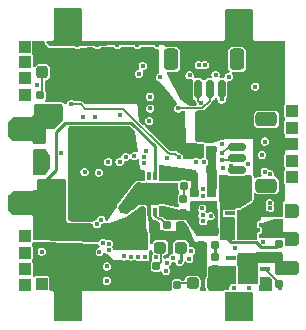
<source format=gbr>
%TF.GenerationSoftware,KiCad,Pcbnew,9.0.0*%
%TF.CreationDate,2025-03-28T18:18:21+01:00*%
%TF.ProjectId,cansatperso,63616e73-6174-4706-9572-736f2e6b6963,rev?*%
%TF.SameCoordinates,Original*%
%TF.FileFunction,Copper,L6,Bot*%
%TF.FilePolarity,Positive*%
%FSLAX46Y46*%
G04 Gerber Fmt 4.6, Leading zero omitted, Abs format (unit mm)*
G04 Created by KiCad (PCBNEW 9.0.0) date 2025-03-28 18:18:21*
%MOMM*%
%LPD*%
G01*
G04 APERTURE LIST*
G04 Aperture macros list*
%AMRoundRect*
0 Rectangle with rounded corners*
0 $1 Rounding radius*
0 $2 $3 $4 $5 $6 $7 $8 $9 X,Y pos of 4 corners*
0 Add a 4 corners polygon primitive as box body*
4,1,4,$2,$3,$4,$5,$6,$7,$8,$9,$2,$3,0*
0 Add four circle primitives for the rounded corners*
1,1,$1+$1,$2,$3*
1,1,$1+$1,$4,$5*
1,1,$1+$1,$6,$7*
1,1,$1+$1,$8,$9*
0 Add four rect primitives between the rounded corners*
20,1,$1+$1,$2,$3,$4,$5,0*
20,1,$1+$1,$4,$5,$6,$7,0*
20,1,$1+$1,$6,$7,$8,$9,0*
20,1,$1+$1,$8,$9,$2,$3,0*%
%AMOutline5P*
0 Free polygon, 5 corners , with rotation*
0 The origin of the aperture is its center*
0 number of corners: always 5*
0 $1 to $10 corner X, Y*
0 $11 Rotation angle, in degrees counterclockwise*
0 create outline with 5 corners*
4,1,5,$1,$2,$3,$4,$5,$6,$7,$8,$9,$10,$1,$2,$11*%
%AMOutline6P*
0 Free polygon, 6 corners , with rotation*
0 The origin of the aperture is its center*
0 number of corners: always 6*
0 $1 to $12 corner X, Y*
0 $13 Rotation angle, in degrees counterclockwise*
0 create outline with 6 corners*
4,1,6,$1,$2,$3,$4,$5,$6,$7,$8,$9,$10,$11,$12,$1,$2,$13*%
%AMOutline7P*
0 Free polygon, 7 corners , with rotation*
0 The origin of the aperture is its center*
0 number of corners: always 7*
0 $1 to $14 corner X, Y*
0 $15 Rotation angle, in degrees counterclockwise*
0 create outline with 7 corners*
4,1,7,$1,$2,$3,$4,$5,$6,$7,$8,$9,$10,$11,$12,$13,$14,$1,$2,$15*%
%AMOutline8P*
0 Free polygon, 8 corners , with rotation*
0 The origin of the aperture is its center*
0 number of corners: always 8*
0 $1 to $16 corner X, Y*
0 $17 Rotation angle, in degrees counterclockwise*
0 create outline with 8 corners*
4,1,8,$1,$2,$3,$4,$5,$6,$7,$8,$9,$10,$11,$12,$13,$14,$15,$16,$1,$2,$17*%
%AMFreePoly0*
4,1,7,1.000000,0.600000,1.000000,-1.000000,-1.000000,-1.000000,-1.000000,0.600000,-0.600000,1.000000,0.600000,1.000000,1.000000,0.600000,1.000000,0.600000,$1*%
G04 Aperture macros list end*
%TA.AperFunction,SMDPad,CuDef*%
%ADD10R,1.000000X1.000000*%
%TD*%
%TA.AperFunction,ComponentPad*%
%ADD11C,2.200000*%
%TD*%
%TA.AperFunction,ComponentPad*%
%ADD12Outline6P,-0.600000X0.360000X-0.360000X0.600000X0.360000X0.600000X0.600000X0.360000X0.600000X-0.600000X-0.600000X-0.600000X270.000000*%
%TD*%
%TA.AperFunction,ComponentPad*%
%ADD13FreePoly0,90.000000*%
%TD*%
%TA.AperFunction,SMDPad,CuDef*%
%ADD14RoundRect,0.155000X0.155000X-0.212500X0.155000X0.212500X-0.155000X0.212500X-0.155000X-0.212500X0*%
%TD*%
%TA.AperFunction,SMDPad,CuDef*%
%ADD15RoundRect,0.155000X0.212500X0.155000X-0.212500X0.155000X-0.212500X-0.155000X0.212500X-0.155000X0*%
%TD*%
%TA.AperFunction,SMDPad,CuDef*%
%ADD16RoundRect,0.160000X-0.160000X0.197500X-0.160000X-0.197500X0.160000X-0.197500X0.160000X0.197500X0*%
%TD*%
%TA.AperFunction,SMDPad,CuDef*%
%ADD17RoundRect,0.155000X-0.155000X0.212500X-0.155000X-0.212500X0.155000X-0.212500X0.155000X0.212500X0*%
%TD*%
%TA.AperFunction,SMDPad,CuDef*%
%ADD18RoundRect,0.150000X0.625000X-0.150000X0.625000X0.150000X-0.625000X0.150000X-0.625000X-0.150000X0*%
%TD*%
%TA.AperFunction,SMDPad,CuDef*%
%ADD19RoundRect,0.250000X0.650000X-0.350000X0.650000X0.350000X-0.650000X0.350000X-0.650000X-0.350000X0*%
%TD*%
%TA.AperFunction,SMDPad,CuDef*%
%ADD20RoundRect,0.160000X-0.197500X-0.160000X0.197500X-0.160000X0.197500X0.160000X-0.197500X0.160000X0*%
%TD*%
%TA.AperFunction,SMDPad,CuDef*%
%ADD21R,2.050000X2.450000*%
%TD*%
%TA.AperFunction,SMDPad,CuDef*%
%ADD22RoundRect,0.250000X-0.412500X-1.100000X0.412500X-1.100000X0.412500X1.100000X-0.412500X1.100000X0*%
%TD*%
%TA.AperFunction,SMDPad,CuDef*%
%ADD23RoundRect,0.155000X-0.212500X-0.155000X0.212500X-0.155000X0.212500X0.155000X-0.212500X0.155000X0*%
%TD*%
%TA.AperFunction,SMDPad,CuDef*%
%ADD24RoundRect,0.160000X0.160000X-0.197500X0.160000X0.197500X-0.160000X0.197500X-0.160000X-0.197500X0*%
%TD*%
%TA.AperFunction,SMDPad,CuDef*%
%ADD25RoundRect,0.250000X0.350000X0.650000X-0.350000X0.650000X-0.350000X-0.650000X0.350000X-0.650000X0*%
%TD*%
%TA.AperFunction,SMDPad,CuDef*%
%ADD26RoundRect,0.150000X0.150000X0.625000X-0.150000X0.625000X-0.150000X-0.625000X0.150000X-0.625000X0*%
%TD*%
%TA.AperFunction,SMDPad,CuDef*%
%ADD27R,0.850000X0.300000*%
%TD*%
%TA.AperFunction,SMDPad,CuDef*%
%ADD28R,1.700000X2.500000*%
%TD*%
%TA.AperFunction,SMDPad,CuDef*%
%ADD29RoundRect,0.237500X0.237500X-0.287500X0.237500X0.287500X-0.237500X0.287500X-0.237500X-0.287500X0*%
%TD*%
%TA.AperFunction,SMDPad,CuDef*%
%ADD30RoundRect,0.250000X-1.100000X0.412500X-1.100000X-0.412500X1.100000X-0.412500X1.100000X0.412500X0*%
%TD*%
%TA.AperFunction,SMDPad,CuDef*%
%ADD31RoundRect,0.237500X-0.287500X-0.237500X0.287500X-0.237500X0.287500X0.237500X-0.287500X0.237500X0*%
%TD*%
%TA.AperFunction,SMDPad,CuDef*%
%ADD32RoundRect,0.250000X-0.900000X1.500000X-0.900000X-1.500000X0.900000X-1.500000X0.900000X1.500000X0*%
%TD*%
%TA.AperFunction,SMDPad,CuDef*%
%ADD33R,0.300000X0.800000*%
%TD*%
%TA.AperFunction,SMDPad,CuDef*%
%ADD34R,2.480000X1.750000*%
%TD*%
%TA.AperFunction,ViaPad*%
%ADD35C,0.400000*%
%TD*%
%TA.AperFunction,Conductor*%
%ADD36C,0.250000*%
%TD*%
%TA.AperFunction,Conductor*%
%ADD37C,0.150000*%
%TD*%
G04 APERTURE END LIST*
D10*
%TO.P,,1*%
%TO.N,ADC2_IN17*%
X174500000Y-93530000D03*
%TD*%
D11*
%TO.P,,1,1*%
%TO.N,GND*%
X176700000Y-71600000D03*
%TD*%
%TO.P,,1,1*%
%TO.N,GND*%
X191200000Y-95400000D03*
%TD*%
D12*
%TO.P,REF\u002A\u002A2,1*%
%TO.N,TIM3_CHI_PWM4*%
X195660000Y-87340000D03*
%TD*%
D13*
%TO.P,,1*%
%TO.N,GND*%
X172680000Y-80400000D03*
%TD*%
D12*
%TO.P,REF\u002A\u002A1,5v*%
%TO.N,+5V*%
X195660000Y-89740000D03*
%TD*%
D11*
%TO.P,,1,1*%
%TO.N,GND*%
X176700000Y-95400000D03*
%TD*%
%TO.P,,1,1*%
%TO.N,GND*%
X191200000Y-71600000D03*
%TD*%
D12*
%TO.P,REF\u002A\u002A,1*%
%TO.N,GND*%
X195660000Y-92190000D03*
%TD*%
D13*
%TO.P,REF\u002A\u002A,1*%
%TO.N,VIN*%
X172675000Y-86705000D03*
%TD*%
D14*
%TO.P,C19,1*%
%TO.N,+5V*%
X194630000Y-88437500D03*
%TO.P,C19,2*%
%TO.N,GND*%
X194630000Y-87302500D03*
%TD*%
D15*
%TO.P,C21,1*%
%TO.N,3.3VEN*%
X189145000Y-92250000D03*
%TO.P,C21,2*%
%TO.N,GND*%
X188010000Y-92250000D03*
%TD*%
D16*
%TO.P,R16,1*%
%TO.N,Net-(C26-Pad2)*%
X186500000Y-86352500D03*
%TO.P,R16,2*%
%TO.N,Net-(IC3-FB)*%
X186500000Y-87547500D03*
%TD*%
D17*
%TO.P,C27,1*%
%TO.N,Net-(IC3-COMP)*%
X187480000Y-85842500D03*
%TO.P,C27,2*%
%TO.N,Net-(IC3-FB)*%
X187480000Y-86977500D03*
%TD*%
D10*
%TO.P,,1*%
%TO.N,SWCLK{slash}I2C1_SDA*%
X173070000Y-90900000D03*
%TD*%
D18*
%TO.P,J3,1,Pin_1*%
%TO.N,3.3VEN*%
X191005000Y-83910000D03*
%TO.P,J3,2,Pin_2*%
%TO.N,USART1_RX_GPS*%
X191005000Y-82910000D03*
%TO.P,J3,3,Pin_3*%
%TO.N,USART1_TX_GPS*%
X191005000Y-81910000D03*
%TO.P,J3,4,Pin_4*%
%TO.N,GND*%
X191005000Y-80910000D03*
D19*
%TO.P,J3,MP*%
%TO.N,N/C*%
X193530000Y-85210000D03*
X193530000Y-79610000D03*
%TD*%
D20*
%TO.P,R15,1*%
%TO.N,Net-(IC3-FSW)*%
X185132500Y-88570000D03*
%TO.P,R15,2*%
%TO.N,GND*%
X186327500Y-88570000D03*
%TD*%
D21*
%TO.P,L2,1*%
%TO.N,Net-(D2-K)*%
X180060000Y-81670000D03*
%TO.P,L2,2*%
%TO.N,+5V*%
X180060000Y-75570000D03*
%TD*%
D22*
%TO.P,C29,1*%
%TO.N,+5V*%
X185117500Y-80200000D03*
%TO.P,C29,2*%
%TO.N,GND*%
X188242500Y-80200000D03*
%TD*%
D10*
%TO.P,,1*%
%TO.N,+3.3V*%
X173070000Y-76130000D03*
%TD*%
D23*
%TO.P,C28,1*%
%TO.N,+5V*%
X187722500Y-82380000D03*
%TO.P,C28,2*%
%TO.N,Net-(C28-Pad2)*%
X188857500Y-82380000D03*
%TD*%
D10*
%TO.P,,1*%
%TO.N,GPIO_EXTI1*%
X173070000Y-77580000D03*
%TD*%
D24*
%TO.P,R11,1*%
%TO.N,GND*%
X184200000Y-93207500D03*
%TO.P,R11,2*%
%TO.N,Net-(D5-K)*%
X184200000Y-92012500D03*
%TD*%
D25*
%TO.P,J4,*%
%TO.N,*%
X185440000Y-74530000D03*
D26*
%TO.P,J4,1,Pin_1*%
%TO.N,3.3VEN*%
X189740000Y-77055000D03*
%TO.P,J4,2,Pin_2*%
%TO.N,LPUART1_RX_RADIO*%
X188740000Y-77055000D03*
%TO.P,J4,3,Pin_3*%
%TO.N,LPUART1_TX_RADIO*%
X187740000Y-77055000D03*
%TO.P,J4,4,Pin_4*%
%TO.N,GND*%
X186740000Y-77055000D03*
D25*
%TO.P,J4,MP*%
%TO.N,N/C*%
X191040000Y-74530000D03*
%TD*%
D10*
%TO.P,,1*%
%TO.N,GND*%
X173080000Y-74720000D03*
%TD*%
%TO.P,,1*%
%TO.N,+5V*%
X173070000Y-73460000D03*
%TD*%
%TO.P,,1*%
%TO.N,I2C3_SDA_ACCEL*%
X195700000Y-83100000D03*
%TD*%
D23*
%TO.P,C25,1*%
%TO.N,VIN*%
X182932500Y-88530000D03*
%TO.P,C25,2*%
%TO.N,GND*%
X184067500Y-88530000D03*
%TD*%
D27*
%TO.P,IC5,1,GND*%
%TO.N,GND*%
X193400000Y-91320000D03*
%TO.P,IC5,2,EN*%
%TO.N,PWEN*%
X193400000Y-92270000D03*
%TO.P,IC5,3,VIN*%
%TO.N,+5V*%
X193400000Y-93220000D03*
%TO.P,IC5,4,VOUT*%
%TO.N,3.3VEN*%
X190500000Y-93220000D03*
%TO.P,IC5,5,VSENSE*%
X190500000Y-92270000D03*
%TO.P,IC5,6,ADJ/NC*%
%TO.N,unconnected-(IC5-ADJ{slash}NC-Pad6)*%
X190500000Y-91320000D03*
D28*
%TO.P,IC5,7,EP*%
%TO.N,GND*%
X191950000Y-92270000D03*
%TD*%
D16*
%TO.P,R22,1*%
%TO.N,GND*%
X174430000Y-81312500D03*
%TO.P,R22,2*%
%TO.N,ADC1_IN3_VBAT*%
X174430000Y-82507500D03*
%TD*%
%TO.P,R4,1*%
%TO.N,GND*%
X185960000Y-92470000D03*
%TO.P,R4,2*%
%TO.N,Net-(D4-K)*%
X185960000Y-93665000D03*
%TD*%
D29*
%TO.P,D1,1,K*%
%TO.N,Net-(D1-K)*%
X174550000Y-75605000D03*
%TO.P,D1,2,A*%
%TO.N,+5V*%
X174550000Y-73855000D03*
%TD*%
D30*
%TO.P,C24,1*%
%TO.N,VIN*%
X182080000Y-89967500D03*
%TO.P,C24,2*%
%TO.N,GND*%
X182080000Y-93092500D03*
%TD*%
D24*
%TO.P,R3,1*%
%TO.N,GND*%
X174390000Y-78767500D03*
%TO.P,R3,2*%
%TO.N,Net-(D1-K)*%
X174390000Y-77572500D03*
%TD*%
D10*
%TO.P,,1*%
%TO.N,I2C3_SCL_ACCEL*%
X195700000Y-84500000D03*
%TD*%
%TO.P,7,1*%
%TO.N,+3.3V*%
X195700000Y-80300000D03*
%TD*%
%TO.P,,1*%
%TO.N,+5V*%
X195700000Y-78890000D03*
%TD*%
%TO.P,,1*%
%TO.N,GND*%
X195700000Y-81690000D03*
%TD*%
D17*
%TO.P,C20,1*%
%TO.N,+3.3V*%
X194580000Y-90132500D03*
%TO.P,C20,2*%
%TO.N,GND*%
X194580000Y-91267500D03*
%TD*%
D16*
%TO.P,R19,1*%
%TO.N,Net-(IC3-FB)*%
X187970000Y-89062500D03*
%TO.P,R19,2*%
%TO.N,GND*%
X187970000Y-90257500D03*
%TD*%
%TO.P,R21,1*%
%TO.N,ADC1_IN3_VBAT*%
X174480000Y-83952500D03*
%TO.P,R21,2*%
%TO.N,VIN*%
X174480000Y-85147500D03*
%TD*%
D27*
%TO.P,IC2,1,GND*%
%TO.N,GND*%
X193310000Y-87570000D03*
%TO.P,IC2,2,EN*%
%TO.N,+5V*%
X193310000Y-88520000D03*
%TO.P,IC2,3,VIN*%
X193310000Y-89470000D03*
%TO.P,IC2,4,VOUT*%
%TO.N,+3.3V*%
X190410000Y-89470000D03*
%TO.P,IC2,5,VSENSE*%
X190410000Y-88520000D03*
%TO.P,IC2,6,ADJ/NC*%
%TO.N,unconnected-(IC2-ADJ{slash}NC-Pad6)*%
X190410000Y-87570000D03*
D28*
%TO.P,IC2,7,EP*%
%TO.N,GND*%
X191860000Y-88520000D03*
%TD*%
D17*
%TO.P,C26,1*%
%TO.N,Net-(IC3-COMP)*%
X186530000Y-84152500D03*
%TO.P,C26,2*%
%TO.N,Net-(C26-Pad2)*%
X186530000Y-85287500D03*
%TD*%
D15*
%TO.P,C18,1*%
%TO.N,+5V*%
X189147500Y-91280000D03*
%TO.P,C18,2*%
%TO.N,GND*%
X188012500Y-91280000D03*
%TD*%
D10*
%TO.P,,1*%
%TO.N,SWO*%
X173090000Y-89490000D03*
%TD*%
D31*
%TO.P,D5,1,K*%
%TO.N,Net-(D5-K)*%
X184550000Y-90470000D03*
%TO.P,D5,2,A*%
%TO.N,+3.3V*%
X186300000Y-90470000D03*
%TD*%
D16*
%TO.P,R17,1*%
%TO.N,Net-(C28-Pad2)*%
X188890000Y-85822500D03*
%TO.P,R17,2*%
%TO.N,Net-(IC3-FB)*%
X188890000Y-87017500D03*
%TD*%
D32*
%TO.P,D2,1,K*%
%TO.N,Net-(D2-K)*%
X177930000Y-86510000D03*
%TO.P,D2,2,A*%
%TO.N,GND*%
X177930000Y-91910000D03*
%TD*%
D24*
%TO.P,R1,1*%
%TO.N,PWEN*%
X194580000Y-93537500D03*
%TO.P,R1,2*%
%TO.N,GND*%
X194580000Y-92342500D03*
%TD*%
D31*
%TO.P,D4,1,K*%
%TO.N,Net-(D4-K)*%
X187275000Y-93480000D03*
%TO.P,D4,2,A*%
%TO.N,3.3VEN*%
X189025000Y-93480000D03*
%TD*%
D24*
%TO.P,R18,1*%
%TO.N,+5V*%
X189150000Y-90267500D03*
%TO.P,R18,2*%
%TO.N,Net-(IC3-FB)*%
X189150000Y-89072500D03*
%TD*%
D10*
%TO.P,,1*%
%TO.N,SWDIO*%
X173070000Y-92300000D03*
%TD*%
D33*
%TO.P,IC3,1,OUT*%
%TO.N,Net-(D2-K)*%
X183090000Y-84410000D03*
%TO.P,IC3,2,SYNCH*%
%TO.N,unconnected-(IC3-SYNCH-Pad2)*%
X183590000Y-84410000D03*
%TO.P,IC3,3,EN*%
%TO.N,VIN*%
X184090000Y-84410000D03*
%TO.P,IC3,4,COMP*%
%TO.N,Net-(IC3-COMP)*%
X184590000Y-84410000D03*
%TO.P,IC3,5,FB*%
%TO.N,Net-(IC3-FB)*%
X184590000Y-87410000D03*
%TO.P,IC3,6,FSW*%
%TO.N,Net-(IC3-FSW)*%
X184090000Y-87410000D03*
%TO.P,IC3,7,GND*%
%TO.N,GND*%
X183590000Y-87410000D03*
%TO.P,IC3,8,V_CC*%
%TO.N,VIN*%
X183090000Y-87410000D03*
D34*
%TO.P,IC3,9,EP*%
%TO.N,GND*%
X183840000Y-85910000D03*
%TD*%
D10*
%TO.P,3,1*%
%TO.N,NRST*%
X173080000Y-93590000D03*
%TD*%
D35*
%TO.N,+3.3V*%
X190420521Y-89010521D03*
%TO.N,ADC1_IN2_CURR*%
X174500000Y-90800000D03*
%TO.N,+3.3V*%
X179000000Y-79425000D03*
%TO.N,GND*%
X176000000Y-79425000D03*
%TO.N,I2C1_SDA*%
X178000000Y-79425000D03*
X181600000Y-82800000D03*
%TO.N,GND*%
X176360000Y-93120000D03*
X184730000Y-85210000D03*
X176140000Y-82470000D03*
X194760000Y-76690000D03*
X195710000Y-81720000D03*
X192250000Y-88020000D03*
X182160000Y-85940000D03*
X188060000Y-80840000D03*
X191100000Y-73300000D03*
X174140000Y-76740000D03*
X186860000Y-77390000D03*
X182600000Y-73300000D03*
X189650000Y-79120000D03*
X190880000Y-79060000D03*
X175390000Y-93170000D03*
X194680000Y-91940000D03*
X180900000Y-73300000D03*
X185500000Y-89530000D03*
X183680000Y-78680000D03*
X178400000Y-90820000D03*
X173080000Y-74720000D03*
X186880000Y-77930000D03*
X186810000Y-92670000D03*
X182750000Y-85180000D03*
X194760000Y-85190000D03*
X186380000Y-89540000D03*
X183870000Y-86560000D03*
X185770000Y-86240000D03*
X175330000Y-93790000D03*
X182730000Y-75760000D03*
X179340000Y-84110000D03*
X191820000Y-87500000D03*
X192290000Y-91270000D03*
X177500000Y-73300000D03*
X188800000Y-87800000D03*
X174340000Y-78550000D03*
X183840000Y-85180000D03*
X176300000Y-92500000D03*
X183670000Y-77690000D03*
X187970000Y-90257500D03*
X178860000Y-92680000D03*
X187700000Y-73300000D03*
X184670000Y-89530000D03*
X184040000Y-93547500D03*
X182700000Y-93770000D03*
X194580000Y-91267500D03*
X189400000Y-73300000D03*
X174340000Y-80170000D03*
X178930000Y-93810000D03*
X189690000Y-80400000D03*
X182750000Y-86610000D03*
X179200000Y-73300000D03*
X181370000Y-87230000D03*
X192770000Y-77880000D03*
X178130000Y-84070000D03*
X181100000Y-79200000D03*
X192420000Y-91820000D03*
X189020000Y-78290000D03*
X174000000Y-90300000D03*
X183600000Y-79750000D03*
X191330000Y-77620000D03*
X185670000Y-85170000D03*
X181840000Y-86720000D03*
X194760000Y-80090000D03*
X181000000Y-93770000D03*
X177480000Y-92630000D03*
X184300000Y-73300000D03*
X177600000Y-93770000D03*
X186000000Y-73300000D03*
X188010000Y-79360000D03*
X192600000Y-87500000D03*
%TO.N,+3.3V*%
X193380000Y-84040000D03*
X190050000Y-89495521D03*
X189750000Y-81710000D03*
X193800000Y-86700000D03*
X189950000Y-84530000D03*
X187800000Y-75020000D03*
X190070000Y-85070000D03*
X193830000Y-84270000D03*
X195710000Y-80320000D03*
X173070000Y-76130000D03*
X186180000Y-91660000D03*
X188320000Y-75010000D03*
X185110000Y-91730000D03*
X181090000Y-83220000D03*
X192570000Y-76830000D03*
X183050000Y-75090000D03*
X193816587Y-87131306D03*
X187000000Y-91430000D03*
X193150000Y-82610000D03*
X185020000Y-92422500D03*
X180140000Y-83220000D03*
%TO.N,NRST*%
X173080000Y-93590000D03*
X179380000Y-90850660D03*
%TO.N,USART3_RX*%
X180000000Y-93270000D03*
%TO.N,SDDETECT*%
X193396250Y-81483750D03*
X184190000Y-91260000D03*
%TO.N,+5V*%
X189147500Y-91280000D03*
X193490000Y-93810000D03*
X181560000Y-74390000D03*
X173070000Y-73460000D03*
X181541494Y-73890340D03*
X175170000Y-73890000D03*
X175170000Y-74330000D03*
X194280000Y-88840000D03*
X194280000Y-89310000D03*
X195710000Y-78920000D03*
%TO.N,ADC1_IN3_VBAT*%
X174770000Y-83300000D03*
X179180000Y-88470000D03*
%TO.N,ADC1_IN2_CURR*%
X179541191Y-88089171D03*
%TO.N,I2C3_SDA_ACCEL*%
X185110000Y-82870000D03*
X195710000Y-83120000D03*
X189860000Y-83705000D03*
%TO.N,I2C1_SCL*%
X177000000Y-78300000D03*
%TO.N,I2C3_SCL_ACCEL*%
X188090000Y-87150000D03*
X191937000Y-83410000D03*
X195710000Y-84520000D03*
%TO.N,3.3VEN*%
X189655249Y-93721215D03*
X189160000Y-93790000D03*
X189740000Y-77920000D03*
X190530166Y-83559834D03*
X189610000Y-93200000D03*
%TO.N,SPI1_CS_SD*%
X182650000Y-91240000D03*
X190330000Y-76010000D03*
%TO.N,SPI1_MISO_SD*%
X181480000Y-91210000D03*
X184510000Y-76050000D03*
%TO.N,SPI1_SCK_SD*%
X180225170Y-90704168D03*
X187020000Y-75880000D03*
%TO.N,SPI1_MOSI_SD*%
X189220000Y-75840000D03*
X182060000Y-91220000D03*
%TO.N,USART1_RX_GPS*%
X189730000Y-83060000D03*
X183132230Y-82772331D03*
%TO.N,USART1_TX_GPS*%
X183185000Y-83269541D03*
X189760000Y-82490000D03*
%TO.N,LPUART1_RX_RADIO*%
X186065000Y-78680000D03*
X179690000Y-90100000D03*
%TO.N,LPUART1_TX_RADIO*%
X187160000Y-90760000D03*
X187976943Y-78256943D03*
%TO.N,GPIO_EXTI1*%
X173070000Y-77580000D03*
X183230000Y-91230000D03*
%TO.N,SWO*%
X183310000Y-82305000D03*
X173090000Y-89490000D03*
%TO.N,SWDIO*%
X188230000Y-83220000D03*
X173070000Y-92300000D03*
%TO.N,I2C1_SCL*%
X186100000Y-82800000D03*
%TO.N,SWCLK{slash}I2C1_SDA*%
X173070000Y-90900000D03*
X187585000Y-83220000D03*
%TO.N,TIM3_CHI_PWM4*%
X188120000Y-87730000D03*
%TO.N,USART3_TX*%
X185620000Y-91330000D03*
X180020000Y-92060000D03*
%TO.N,D+*%
X193220000Y-89955000D03*
X188120000Y-85490000D03*
%TO.N,D-*%
X190860000Y-90540000D03*
X188150000Y-86110000D03*
%TO.N,PWEN*%
X188180000Y-88240000D03*
X194690000Y-93860000D03*
%TO.N,USBD+*%
X192060000Y-93870000D03*
%TO.N,USBD-*%
X190740000Y-93860000D03*
%TO.N,ADC2_IN17*%
X180190000Y-90150000D03*
X174500000Y-93530000D03*
%TO.N,USART3_RX*%
X182345000Y-82715000D03*
%TD*%
D36*
%TO.N,VIN*%
X184090000Y-81910000D02*
X184090000Y-84410000D01*
X184100000Y-81900000D02*
X184090000Y-81910000D01*
X182100000Y-79900000D02*
X184100000Y-81900000D01*
X175700000Y-80700000D02*
X176500000Y-79900000D01*
X175700000Y-83927500D02*
X175700000Y-80700000D01*
X174480000Y-85147500D02*
X175700000Y-83927500D01*
X176500000Y-79900000D02*
X182100000Y-79900000D01*
D37*
%TO.N,I2C1_SCL*%
X177800000Y-78300000D02*
X177000000Y-78300000D01*
X185194000Y-82494000D02*
X181400000Y-78700000D01*
X178200000Y-78700000D02*
X177800000Y-78300000D01*
X185394000Y-82494000D02*
X185194000Y-82494000D01*
X181400000Y-78700000D02*
X178200000Y-78700000D01*
X185400000Y-82500000D02*
X185394000Y-82494000D01*
X185800000Y-82500000D02*
X185400000Y-82500000D01*
X186100000Y-82800000D02*
X185800000Y-82500000D01*
%TO.N,GND*%
X193400000Y-91320000D02*
X193557500Y-91320000D01*
X186740000Y-77055000D02*
X186665000Y-77055000D01*
D36*
%TO.N,+3.3V*%
X193043959Y-90380000D02*
X194332500Y-90380000D01*
X192658959Y-89995000D02*
X193043959Y-90380000D01*
X186300000Y-91540000D02*
X186180000Y-91660000D01*
X190050000Y-89495521D02*
X190549479Y-89995000D01*
X186300000Y-90470000D02*
X186300000Y-91540000D01*
X194332500Y-90380000D02*
X194580000Y-90132500D01*
X190549479Y-89995000D02*
X192658959Y-89995000D01*
D37*
%TO.N,Net-(C26-Pad2)*%
X186530000Y-86322500D02*
X186500000Y-86352500D01*
X186530000Y-85287500D02*
X186530000Y-86322500D01*
D36*
%TO.N,+5V*%
X189147500Y-91280000D02*
X189150000Y-91277500D01*
X189150000Y-91277500D02*
X189150000Y-90267500D01*
D37*
%TO.N,Net-(IC3-FSW)*%
X184622500Y-88060000D02*
X185132500Y-88570000D01*
X184390000Y-88060000D02*
X184622500Y-88060000D01*
X184090000Y-87760000D02*
X184390000Y-88060000D01*
X184090000Y-87410000D02*
X184090000Y-87760000D01*
D36*
%TO.N,3.3VEN*%
X189740000Y-77920000D02*
X189740000Y-77055000D01*
D37*
%TO.N,USART1_RX_GPS*%
X189730000Y-83060000D02*
X190855000Y-83060000D01*
X190855000Y-83060000D02*
X191005000Y-82910000D01*
%TO.N,USART1_TX_GPS*%
X189760000Y-82490000D02*
X190340000Y-81910000D01*
X190340000Y-81910000D02*
X191005000Y-81910000D01*
%TO.N,LPUART1_RX_RADIO*%
X188740000Y-78024217D02*
X188740000Y-77055000D01*
X188089217Y-78675000D02*
X188740000Y-78024217D01*
X186065000Y-78680000D02*
X186070000Y-78675000D01*
X186070000Y-78675000D02*
X188089217Y-78675000D01*
X188780000Y-77095000D02*
X188740000Y-77055000D01*
%TO.N,LPUART1_TX_RADIO*%
X187976943Y-78256943D02*
X187740000Y-78020000D01*
X187740000Y-77055000D02*
X187740000Y-77660000D01*
X187740000Y-78020000D02*
X187740000Y-77055000D01*
%TO.N,PWEN*%
X194690000Y-93560000D02*
X193400000Y-92270000D01*
X194690000Y-93860000D02*
X194690000Y-93560000D01*
%TO.N,Net-(D1-K)*%
X174550000Y-75605000D02*
X174550000Y-77412500D01*
X174550000Y-77412500D02*
X174390000Y-77572500D01*
%TO.N,Net-(D4-K)*%
X186145000Y-93480000D02*
X185960000Y-93665000D01*
X187275000Y-93480000D02*
X186145000Y-93480000D01*
%TO.N,Net-(D5-K)*%
X184565000Y-91647500D02*
X184565000Y-90485000D01*
X184565000Y-90485000D02*
X184550000Y-90470000D01*
X184200000Y-92012500D02*
X184565000Y-91647500D01*
%TD*%
%TA.AperFunction,Conductor*%
%TO.N,GND*%
G36*
X177899500Y-94219107D02*
G01*
X177899464Y-94238825D01*
X177899500Y-94238912D01*
X177899500Y-96575500D01*
X177879815Y-96642539D01*
X177827011Y-96688294D01*
X177775500Y-96699500D01*
X175624493Y-96699500D01*
X175557454Y-96679815D01*
X175511699Y-96627011D01*
X175500493Y-96575501D01*
X175500467Y-94215606D01*
X175500467Y-94215387D01*
X175500494Y-94200000D01*
X177899500Y-94200000D01*
X177899500Y-94219107D01*
G37*
%TD.AperFunction*%
%TA.AperFunction,Conductor*%
G36*
X190670436Y-94204224D02*
G01*
X190693856Y-94210500D01*
X190693858Y-94210500D01*
X190786142Y-94210500D01*
X190786144Y-94210500D01*
X190809563Y-94204224D01*
X190841655Y-94200000D01*
X191921023Y-94200000D01*
X191953116Y-94204225D01*
X191960405Y-94206178D01*
X192013856Y-94220500D01*
X192013858Y-94220500D01*
X192106142Y-94220500D01*
X192106144Y-94220500D01*
X192159595Y-94206178D01*
X192166884Y-94204225D01*
X192198977Y-94200000D01*
X192275500Y-94200000D01*
X192342539Y-94219685D01*
X192388294Y-94272489D01*
X192399500Y-94324000D01*
X192399500Y-96575500D01*
X192379815Y-96642539D01*
X192327011Y-96688294D01*
X192275500Y-96699500D01*
X190124494Y-96699500D01*
X190057455Y-96679815D01*
X190011700Y-96627011D01*
X190000494Y-96575504D01*
X190000429Y-94341088D01*
X190000428Y-94324002D01*
X190020111Y-94256964D01*
X190072913Y-94211207D01*
X190124428Y-94200000D01*
X190638345Y-94200000D01*
X190670436Y-94204224D01*
G37*
%TD.AperFunction*%
%TD*%
%TA.AperFunction,Conductor*%
%TO.N,GND*%
G36*
X177842539Y-70220185D02*
G01*
X177888294Y-70272989D01*
X177899500Y-70324500D01*
X177899500Y-72859992D01*
X177914799Y-72896928D01*
X177914800Y-72896929D01*
X177943071Y-72925200D01*
X177980009Y-72940500D01*
X177980011Y-72940500D01*
X189919989Y-72940500D01*
X189919991Y-72940500D01*
X189956929Y-72925200D01*
X189985200Y-72896929D01*
X190000500Y-72859991D01*
X190000500Y-70424500D01*
X190020185Y-70357461D01*
X190072989Y-70311706D01*
X190124500Y-70300500D01*
X192275500Y-70300500D01*
X192342539Y-70320185D01*
X192388294Y-70372989D01*
X192399500Y-70424500D01*
X192399500Y-72859992D01*
X192414799Y-72896928D01*
X192414800Y-72896929D01*
X192443071Y-72925200D01*
X192480009Y-72940500D01*
X192519991Y-72940500D01*
X193393821Y-72940500D01*
X193400000Y-73200000D01*
X184877364Y-73292136D01*
X184877362Y-73292136D01*
X184877363Y-73292135D01*
X175213222Y-73396613D01*
X175145974Y-73377654D01*
X175113814Y-73342487D01*
X175111051Y-73344496D01*
X175105315Y-73336602D01*
X175105312Y-73336599D01*
X175105311Y-73336597D01*
X175018403Y-73249689D01*
X174960830Y-73220354D01*
X174950827Y-73210907D01*
X174938177Y-73205490D01*
X174925926Y-73187389D01*
X174910036Y-73172382D01*
X174905908Y-73157811D01*
X174899015Y-73147627D01*
X174893162Y-73112826D01*
X174892082Y-73067449D01*
X174910166Y-72999962D01*
X174961866Y-72952963D01*
X175016047Y-72940500D01*
X175419989Y-72940500D01*
X175419991Y-72940500D01*
X175456929Y-72925200D01*
X175485200Y-72896929D01*
X175500500Y-72859991D01*
X175500500Y-70324500D01*
X175520185Y-70257461D01*
X175572989Y-70211706D01*
X175624500Y-70200500D01*
X177775500Y-70200500D01*
X177842539Y-70220185D01*
G37*
%TD.AperFunction*%
%TD*%
%TA.AperFunction,Conductor*%
%TO.N,Net-(IC3-COMP)*%
G36*
X186980000Y-83820000D02*
G01*
X187485953Y-83863616D01*
X187551053Y-83888986D01*
X187589276Y-83938312D01*
X187700231Y-84197207D01*
X187710251Y-84244794D01*
X187728746Y-86066543D01*
X187709743Y-86133779D01*
X187657406Y-86180068D01*
X187606549Y-86191789D01*
X187171305Y-86198097D01*
X187103987Y-86179386D01*
X187057472Y-86127251D01*
X187045622Y-86068804D01*
X187100000Y-84800000D01*
X187099999Y-84799999D01*
X186847239Y-84800928D01*
X186796698Y-84790364D01*
X186796019Y-84790064D01*
X186756156Y-84772463D01*
X186749771Y-84771722D01*
X186730619Y-84769500D01*
X186730616Y-84769500D01*
X186329384Y-84769500D01*
X186329380Y-84769500D01*
X186303844Y-84772463D01*
X186303839Y-84772464D01*
X186257979Y-84792713D01*
X186208351Y-84803277D01*
X184514956Y-84809502D01*
X184506040Y-84806919D01*
X184496853Y-84808241D01*
X184473014Y-84797354D01*
X184447844Y-84790064D01*
X184441740Y-84783071D01*
X184433297Y-84779216D01*
X184419129Y-84757170D01*
X184401896Y-84737429D01*
X184399538Y-84726685D01*
X184395523Y-84720438D01*
X184390500Y-84685503D01*
X184390500Y-84458989D01*
X184390549Y-84455497D01*
X184397825Y-84197207D01*
X184416019Y-83551299D01*
X184437584Y-83484844D01*
X184491655Y-83440594D01*
X184559577Y-83432354D01*
X186980000Y-83820000D01*
G37*
%TD.AperFunction*%
%TD*%
%TA.AperFunction,Conductor*%
%TO.N,+3.3V*%
G36*
X192222295Y-84330095D02*
G01*
X192268425Y-84382572D01*
X192280000Y-84434885D01*
X192280000Y-86421332D01*
X192260315Y-86488371D01*
X192221797Y-86526436D01*
X191304620Y-87100604D01*
X191238823Y-87119500D01*
X190995178Y-87119500D01*
X190951282Y-87128231D01*
X190951275Y-87128234D01*
X190901496Y-87161495D01*
X190866153Y-87214391D01*
X190812541Y-87259196D01*
X190763051Y-87269500D01*
X189970178Y-87269500D01*
X189926282Y-87278231D01*
X189926275Y-87278234D01*
X189876496Y-87311495D01*
X189876495Y-87311496D01*
X189843234Y-87361275D01*
X189843231Y-87361282D01*
X189834500Y-87405177D01*
X189834500Y-87405180D01*
X189834500Y-87734820D01*
X189834500Y-87734822D01*
X189834499Y-87734822D01*
X189843231Y-87778717D01*
X189843232Y-87778721D01*
X189843233Y-87778722D01*
X189876496Y-87828504D01*
X189926278Y-87861767D01*
X189926281Y-87861767D01*
X189926282Y-87861768D01*
X189970177Y-87870500D01*
X190735500Y-87870500D01*
X190802539Y-87890185D01*
X190848294Y-87942989D01*
X190859500Y-87994500D01*
X190859500Y-89723322D01*
X190839815Y-89790361D01*
X190787011Y-89836116D01*
X190734700Y-89847319D01*
X189720326Y-89840776D01*
X189653415Y-89820660D01*
X189608002Y-89767562D01*
X189597162Y-89719712D01*
X189590393Y-89432836D01*
X189600925Y-89379831D01*
X189617487Y-89342322D01*
X189617486Y-89342322D01*
X189617488Y-89342320D01*
X189620500Y-89316357D01*
X189620499Y-88828644D01*
X189619498Y-88820009D01*
X189617489Y-88802684D01*
X189617488Y-88802682D01*
X189617488Y-88802680D01*
X189583105Y-88724809D01*
X189572576Y-88677659D01*
X189472973Y-84456022D01*
X189491071Y-84388539D01*
X189542781Y-84341551D01*
X189596052Y-84329102D01*
X190208586Y-84324743D01*
X190259552Y-84335306D01*
X190310005Y-84357584D01*
X190310007Y-84357584D01*
X190310009Y-84357585D01*
X190335135Y-84360500D01*
X191674864Y-84360499D01*
X191674879Y-84360497D01*
X191674882Y-84360497D01*
X191699987Y-84357586D01*
X191699987Y-84357585D01*
X191699991Y-84357585D01*
X191776518Y-84323795D01*
X191825716Y-84313233D01*
X192155119Y-84310888D01*
X192222295Y-84330095D01*
G37*
%TD.AperFunction*%
%TD*%
%TA.AperFunction,Conductor*%
%TO.N,GND*%
G36*
X194831245Y-90861961D02*
G01*
X194878715Y-90913229D01*
X194891668Y-90966797D01*
X194899999Y-91599998D01*
X194900000Y-91599999D01*
X194900000Y-91600000D01*
X195644577Y-91591441D01*
X195711836Y-91610354D01*
X195758195Y-91662629D01*
X195770000Y-91715433D01*
X195770000Y-92662671D01*
X195750315Y-92729710D01*
X195697511Y-92775465D01*
X195642716Y-92786628D01*
X194384467Y-92753297D01*
X194317973Y-92731844D01*
X194273632Y-92677847D01*
X194263809Y-92625549D01*
X194290000Y-91770000D01*
X192810000Y-91770000D01*
X192802892Y-93020929D01*
X192801632Y-93037869D01*
X192795000Y-93083996D01*
X192795000Y-93406000D01*
X192775315Y-93473039D01*
X192722511Y-93518794D01*
X192671000Y-93530000D01*
X192145331Y-93530000D01*
X192106144Y-93519500D01*
X192013856Y-93519500D01*
X191974669Y-93530000D01*
X191228215Y-93530000D01*
X191161176Y-93510315D01*
X191115421Y-93457511D01*
X191106601Y-93396222D01*
X191104684Y-93396085D01*
X191105000Y-93391668D01*
X191105000Y-92115464D01*
X191105000Y-92115463D01*
X191101307Y-92081773D01*
X191089666Y-92029319D01*
X191089665Y-92029317D01*
X191089664Y-92029314D01*
X191081368Y-92012997D01*
X191067905Y-91957755D01*
X191064783Y-91551872D01*
X191067160Y-91526741D01*
X191075500Y-91484820D01*
X191075500Y-91155180D01*
X191066767Y-91111278D01*
X191066766Y-91111277D01*
X191064384Y-91099300D01*
X191064942Y-91099188D01*
X191061106Y-91073894D01*
X191060941Y-91052417D01*
X191080109Y-90985231D01*
X191132560Y-90939072D01*
X191182395Y-90927493D01*
X193990000Y-90870000D01*
X194763594Y-90844496D01*
X194831245Y-90861961D01*
G37*
%TD.AperFunction*%
%TD*%
%TA.AperFunction,Conductor*%
%TO.N,Net-(C28-Pad2)*%
G36*
X189207019Y-81863242D02*
G01*
X189272876Y-81886575D01*
X189315665Y-81941809D01*
X189324070Y-81993024D01*
X189289999Y-82699986D01*
X189299989Y-85027631D01*
X189299919Y-85032364D01*
X189264061Y-86090201D01*
X189242116Y-86156535D01*
X189187793Y-86200475D01*
X189140132Y-86210000D01*
X188634000Y-86210000D01*
X188566961Y-86190315D01*
X188521206Y-86137511D01*
X188510000Y-86086000D01*
X188510000Y-85449984D01*
X188484328Y-84628516D01*
X188450635Y-83550338D01*
X188468215Y-83482720D01*
X188486892Y-83458788D01*
X188510469Y-83435212D01*
X188556614Y-83355288D01*
X188580500Y-83266144D01*
X188580500Y-83173856D01*
X188556614Y-83084712D01*
X188556611Y-83084706D01*
X188510473Y-83004794D01*
X188510470Y-83004791D01*
X188510469Y-83004788D01*
X188465831Y-82960150D01*
X188432346Y-82898827D01*
X188429573Y-82876354D01*
X188420060Y-82571920D01*
X188420000Y-82568047D01*
X188420000Y-81950999D01*
X188439685Y-81883960D01*
X188492489Y-81838205D01*
X188550798Y-81827186D01*
X189207019Y-81863242D01*
G37*
%TD.AperFunction*%
%TD*%
%TA.AperFunction,Conductor*%
%TO.N,GND*%
G36*
X195012539Y-72960185D02*
G01*
X195058294Y-73012989D01*
X195069500Y-73064500D01*
X195069500Y-78262204D01*
X195068305Y-78262204D01*
X195063200Y-78319233D01*
X195062374Y-78321280D01*
X195058232Y-78331279D01*
X195049500Y-78375177D01*
X195049500Y-78375180D01*
X195049500Y-79404820D01*
X195049500Y-79404822D01*
X195049499Y-79404822D01*
X195058231Y-79448717D01*
X195058234Y-79448724D01*
X195091495Y-79498503D01*
X195097544Y-79504552D01*
X195112320Y-79531612D01*
X195128928Y-79557599D01*
X195129771Y-79563572D01*
X195131029Y-79565875D01*
X195133863Y-79592546D01*
X195133849Y-79598092D01*
X195113995Y-79665082D01*
X195097533Y-79685457D01*
X195091496Y-79691493D01*
X195058233Y-79741276D01*
X195058231Y-79741282D01*
X195049500Y-79785177D01*
X195049500Y-79785180D01*
X195049500Y-80814820D01*
X195049500Y-80814822D01*
X195049499Y-80814822D01*
X195058231Y-80858717D01*
X195058234Y-80858724D01*
X195091495Y-80908503D01*
X195094163Y-80911171D01*
X195098121Y-80918419D01*
X195098281Y-80918659D01*
X195098259Y-80918673D01*
X195127648Y-80972494D01*
X195130482Y-80999149D01*
X195130160Y-81133250D01*
X195130000Y-81200000D01*
X196076000Y-81200000D01*
X196143039Y-81219685D01*
X196188794Y-81272489D01*
X196200000Y-81324000D01*
X196200000Y-82064825D01*
X196180315Y-82131864D01*
X196127511Y-82177619D01*
X196074830Y-82188819D01*
X195140000Y-82179999D01*
X195139999Y-82180000D01*
X195138867Y-82394217D01*
X195118829Y-82461151D01*
X195098759Y-82481483D01*
X195100134Y-82482858D01*
X195091494Y-82491498D01*
X195058234Y-82541275D01*
X195058231Y-82541282D01*
X195049500Y-82585177D01*
X195049500Y-82585180D01*
X195049500Y-83614820D01*
X195049500Y-83614822D01*
X195049499Y-83614822D01*
X195058231Y-83658717D01*
X195058234Y-83658724D01*
X195091494Y-83708502D01*
X195095127Y-83712135D01*
X195109982Y-83739343D01*
X195126604Y-83765513D01*
X195127395Y-83771238D01*
X195128609Y-83773460D01*
X195131440Y-83800474D01*
X195131438Y-83800849D01*
X195111396Y-83867783D01*
X195095128Y-83887862D01*
X195091497Y-83891492D01*
X195058234Y-83941275D01*
X195058231Y-83941282D01*
X195049500Y-83985177D01*
X195049500Y-83985180D01*
X195049500Y-85014820D01*
X195049500Y-85014822D01*
X195049499Y-85014822D01*
X195060149Y-85068357D01*
X195060151Y-85116732D01*
X195059500Y-85120005D01*
X195059500Y-86493051D01*
X195039815Y-86560090D01*
X195004391Y-86596153D01*
X194951495Y-86631496D01*
X194918234Y-86681275D01*
X194918231Y-86681282D01*
X194909500Y-86725177D01*
X194909500Y-87739113D01*
X194889815Y-87806152D01*
X194837011Y-87851907D01*
X194786692Y-87863107D01*
X193030000Y-87879999D01*
X193030000Y-87880000D01*
X193023457Y-88099200D01*
X193001781Y-88165622D01*
X192947635Y-88209781D01*
X192899512Y-88219500D01*
X192870178Y-88219500D01*
X192826282Y-88228231D01*
X192826275Y-88228234D01*
X192776496Y-88261495D01*
X192776495Y-88261496D01*
X192743234Y-88311275D01*
X192743231Y-88311282D01*
X192734500Y-88355177D01*
X192734500Y-88355180D01*
X192734500Y-88684820D01*
X192734500Y-88684822D01*
X192734499Y-88684822D01*
X192743231Y-88728717D01*
X192743234Y-88728724D01*
X192775061Y-88776357D01*
X192776496Y-88778504D01*
X192826278Y-88811767D01*
X192826281Y-88811767D01*
X192826282Y-88811768D01*
X192870177Y-88820500D01*
X192874168Y-88820500D01*
X192876181Y-88821091D01*
X192876240Y-88821097D01*
X192876238Y-88821108D01*
X192884631Y-88823572D01*
X192895469Y-88822343D01*
X192917568Y-88833243D01*
X192941207Y-88840185D01*
X192948348Y-88848426D01*
X192958131Y-88853252D01*
X192970829Y-88874371D01*
X192986962Y-88892989D01*
X192989459Y-88905355D01*
X192994135Y-88913131D01*
X192998113Y-88948200D01*
X192995098Y-89049200D01*
X192973422Y-89115622D01*
X192919276Y-89159781D01*
X192876198Y-89168481D01*
X192876240Y-89168903D01*
X192872081Y-89169312D01*
X192871153Y-89169500D01*
X192870178Y-89169500D01*
X192826282Y-89178231D01*
X192826275Y-89178234D01*
X192776496Y-89211495D01*
X192776495Y-89211496D01*
X192743234Y-89261275D01*
X192743231Y-89261282D01*
X192734500Y-89305177D01*
X192734500Y-89595500D01*
X192714815Y-89662539D01*
X192662011Y-89708294D01*
X192610500Y-89719500D01*
X191276000Y-89719500D01*
X191208961Y-89699815D01*
X191163206Y-89647011D01*
X191152004Y-89594528D01*
X191158070Y-88821091D01*
X191169281Y-87391582D01*
X191189491Y-87324702D01*
X191242652Y-87279362D01*
X191275996Y-87269768D01*
X191281746Y-87268959D01*
X191347543Y-87250063D01*
X191387131Y-87232407D01*
X192304308Y-86658239D01*
X192309847Y-86653856D01*
X193449500Y-86653856D01*
X193449500Y-86746144D01*
X193473386Y-86835288D01*
X193487942Y-86860500D01*
X193492282Y-86868016D01*
X193508755Y-86935916D01*
X193492286Y-86992010D01*
X193489976Y-86996011D01*
X193489973Y-86996018D01*
X193466087Y-87085162D01*
X193466087Y-87177449D01*
X193489974Y-87266596D01*
X193489975Y-87266599D01*
X193536113Y-87346511D01*
X193536116Y-87346515D01*
X193536118Y-87346518D01*
X193601375Y-87411775D01*
X193601378Y-87411776D01*
X193601381Y-87411779D01*
X193681293Y-87457917D01*
X193681294Y-87457917D01*
X193681299Y-87457920D01*
X193770443Y-87481806D01*
X193770445Y-87481806D01*
X193862729Y-87481806D01*
X193862731Y-87481806D01*
X193951875Y-87457920D01*
X194031799Y-87411775D01*
X194097056Y-87346518D01*
X194143201Y-87266594D01*
X194167087Y-87177450D01*
X194167087Y-87085162D01*
X194143201Y-86996018D01*
X194143200Y-86996017D01*
X194143200Y-86996015D01*
X194124305Y-86963290D01*
X194107831Y-86895390D01*
X194124305Y-86839285D01*
X194126614Y-86835288D01*
X194150500Y-86746144D01*
X194150500Y-86653856D01*
X194126614Y-86564712D01*
X194126611Y-86564706D01*
X194080473Y-86484794D01*
X194080470Y-86484791D01*
X194080469Y-86484788D01*
X194015212Y-86419531D01*
X194015209Y-86419529D01*
X194015205Y-86419526D01*
X193935293Y-86373388D01*
X193935290Y-86373387D01*
X193935289Y-86373386D01*
X193935288Y-86373386D01*
X193846144Y-86349500D01*
X193753856Y-86349500D01*
X193664712Y-86373386D01*
X193664711Y-86373386D01*
X193664709Y-86373387D01*
X193664706Y-86373388D01*
X193584794Y-86419526D01*
X193584785Y-86419533D01*
X193519533Y-86484785D01*
X193519526Y-86484794D01*
X193473388Y-86564706D01*
X193473387Y-86564709D01*
X193473386Y-86564711D01*
X193473386Y-86564712D01*
X193449500Y-86653856D01*
X192309847Y-86653856D01*
X192331100Y-86637040D01*
X192369618Y-86598975D01*
X192403131Y-86542870D01*
X192423137Y-86522429D01*
X192429999Y-86510001D01*
X192429998Y-86510000D01*
X192430000Y-86510000D01*
X192429922Y-86469230D01*
X192431184Y-86451349D01*
X192435500Y-86421332D01*
X192435500Y-85981255D01*
X192455185Y-85914216D01*
X192507989Y-85868461D01*
X192577147Y-85858517D01*
X192632635Y-85883857D01*
X192633759Y-85882311D01*
X192641653Y-85888045D01*
X192641658Y-85888050D01*
X192733408Y-85934799D01*
X192754698Y-85945647D01*
X192848475Y-85960499D01*
X192848481Y-85960500D01*
X194211518Y-85960499D01*
X194305304Y-85945646D01*
X194418342Y-85888050D01*
X194508050Y-85798342D01*
X194565646Y-85685304D01*
X194565646Y-85685302D01*
X194565647Y-85685301D01*
X194580499Y-85591524D01*
X194580500Y-85591519D01*
X194580499Y-84828482D01*
X194565646Y-84734696D01*
X194508050Y-84621658D01*
X194508046Y-84621654D01*
X194508045Y-84621652D01*
X194418347Y-84531954D01*
X194418344Y-84531952D01*
X194418342Y-84531950D01*
X194305304Y-84474354D01*
X194305302Y-84474353D01*
X194305301Y-84474353D01*
X194280932Y-84470493D01*
X194217798Y-84440563D01*
X194180868Y-84381251D01*
X194180599Y-84324352D01*
X194179439Y-84324200D01*
X194180500Y-84316142D01*
X194180500Y-84223858D01*
X194180500Y-84223856D01*
X194156614Y-84134712D01*
X194156611Y-84134706D01*
X194110473Y-84054794D01*
X194110470Y-84054791D01*
X194110469Y-84054788D01*
X194045212Y-83989531D01*
X194045209Y-83989529D01*
X194045205Y-83989526D01*
X193965293Y-83943388D01*
X193965290Y-83943387D01*
X193965289Y-83943386D01*
X193965288Y-83943386D01*
X193876144Y-83919500D01*
X193786743Y-83919500D01*
X193719704Y-83899815D01*
X193679357Y-83857502D01*
X193660472Y-83824794D01*
X193660469Y-83824788D01*
X193595212Y-83759531D01*
X193595209Y-83759529D01*
X193595205Y-83759526D01*
X193515293Y-83713388D01*
X193515290Y-83713387D01*
X193515289Y-83713386D01*
X193515288Y-83713386D01*
X193426144Y-83689500D01*
X193333856Y-83689500D01*
X193244712Y-83713386D01*
X193244711Y-83713386D01*
X193244709Y-83713387D01*
X193244706Y-83713388D01*
X193164794Y-83759526D01*
X193164785Y-83759533D01*
X193099533Y-83824785D01*
X193099526Y-83824794D01*
X193053388Y-83904706D01*
X193053387Y-83904709D01*
X193053386Y-83904711D01*
X193053386Y-83904712D01*
X193029500Y-83993856D01*
X193029500Y-84086144D01*
X193052935Y-84173606D01*
X193053387Y-84175290D01*
X193053388Y-84175293D01*
X193099529Y-84255211D01*
X193103214Y-84260012D01*
X193128410Y-84325180D01*
X193114373Y-84393626D01*
X193065560Y-84443616D01*
X193004841Y-84459500D01*
X192848482Y-84459500D01*
X192779075Y-84470493D01*
X192754696Y-84474354D01*
X192641658Y-84531950D01*
X192641657Y-84531951D01*
X192633759Y-84537689D01*
X192632294Y-84535673D01*
X192624439Y-84544381D01*
X192604233Y-84549877D01*
X192585858Y-84559911D01*
X192571199Y-84558862D01*
X192557019Y-84562720D01*
X192537052Y-84556420D01*
X192516166Y-84554927D01*
X192504400Y-84546119D01*
X192490386Y-84541698D01*
X192476992Y-84525601D01*
X192460233Y-84513055D01*
X192454309Y-84498340D01*
X192445697Y-84487989D01*
X192440986Y-84465242D01*
X192436434Y-84453932D01*
X192435500Y-84446363D01*
X192435500Y-84434885D01*
X192431828Y-84401291D01*
X192427553Y-84381973D01*
X192426832Y-84376125D01*
X192427259Y-84373519D01*
X192425899Y-84361185D01*
X192422469Y-82563856D01*
X192799500Y-82563856D01*
X192799500Y-82656144D01*
X192820552Y-82734712D01*
X192823387Y-82745290D01*
X192823388Y-82745293D01*
X192869526Y-82825205D01*
X192869529Y-82825209D01*
X192869531Y-82825212D01*
X192934788Y-82890469D01*
X192934791Y-82890470D01*
X192934794Y-82890473D01*
X193014706Y-82936611D01*
X193014707Y-82936611D01*
X193014712Y-82936614D01*
X193103856Y-82960500D01*
X193103858Y-82960500D01*
X193196142Y-82960500D01*
X193196144Y-82960500D01*
X193285288Y-82936614D01*
X193365212Y-82890469D01*
X193430469Y-82825212D01*
X193476614Y-82745288D01*
X193500500Y-82656144D01*
X193500500Y-82563856D01*
X193476614Y-82474712D01*
X193475253Y-82472354D01*
X193430473Y-82394794D01*
X193430470Y-82394791D01*
X193430469Y-82394788D01*
X193365212Y-82329531D01*
X193365209Y-82329529D01*
X193365205Y-82329526D01*
X193285293Y-82283388D01*
X193285290Y-82283387D01*
X193285289Y-82283386D01*
X193285288Y-82283386D01*
X193196144Y-82259500D01*
X193103856Y-82259500D01*
X193014712Y-82283386D01*
X193014711Y-82283386D01*
X193014709Y-82283387D01*
X193014706Y-82283388D01*
X192934794Y-82329526D01*
X192934785Y-82329533D01*
X192869533Y-82394785D01*
X192869526Y-82394794D01*
X192823388Y-82474706D01*
X192823387Y-82474709D01*
X192823386Y-82474711D01*
X192823386Y-82474712D01*
X192799500Y-82563856D01*
X192422469Y-82563856D01*
X192420320Y-81437606D01*
X193045750Y-81437606D01*
X193045750Y-81529894D01*
X193066391Y-81606929D01*
X193069637Y-81619040D01*
X193069638Y-81619043D01*
X193115776Y-81698955D01*
X193115779Y-81698959D01*
X193115781Y-81698962D01*
X193181038Y-81764219D01*
X193181041Y-81764220D01*
X193181044Y-81764223D01*
X193260956Y-81810361D01*
X193260957Y-81810361D01*
X193260962Y-81810364D01*
X193350106Y-81834250D01*
X193350108Y-81834250D01*
X193442392Y-81834250D01*
X193442394Y-81834250D01*
X193531538Y-81810364D01*
X193611462Y-81764219D01*
X193676719Y-81698962D01*
X193722864Y-81619038D01*
X193746750Y-81529894D01*
X193746750Y-81437606D01*
X193722864Y-81348462D01*
X193708741Y-81324000D01*
X193676723Y-81268544D01*
X193676720Y-81268541D01*
X193676719Y-81268538D01*
X193611462Y-81203281D01*
X193611459Y-81203279D01*
X193611455Y-81203276D01*
X193531543Y-81157138D01*
X193531540Y-81157137D01*
X193531539Y-81157136D01*
X193531538Y-81157136D01*
X193442394Y-81133250D01*
X193350106Y-81133250D01*
X193260962Y-81157136D01*
X193260961Y-81157136D01*
X193260959Y-81157137D01*
X193260956Y-81157138D01*
X193181044Y-81203276D01*
X193181035Y-81203283D01*
X193115783Y-81268535D01*
X193115776Y-81268544D01*
X193069638Y-81348456D01*
X193069637Y-81348459D01*
X193069636Y-81348461D01*
X193069636Y-81348462D01*
X193045750Y-81437606D01*
X192420320Y-81437606D01*
X192420000Y-81270000D01*
X192419999Y-81270000D01*
X190040000Y-81290000D01*
X190039997Y-81290000D01*
X189838141Y-81353744D01*
X189800801Y-81359500D01*
X189796144Y-81359500D01*
X189703856Y-81359500D01*
X189614712Y-81383386D01*
X189614711Y-81383386D01*
X189614709Y-81383387D01*
X189614706Y-81383388D01*
X189534789Y-81429529D01*
X189526971Y-81437347D01*
X189476636Y-81467903D01*
X188921221Y-81643298D01*
X188877776Y-81648904D01*
X188372801Y-81624010D01*
X188358633Y-81619653D01*
X188346813Y-81619935D01*
X188314369Y-81606042D01*
X188313004Y-81605210D01*
X188298597Y-81594951D01*
X188291799Y-81589339D01*
X188291794Y-81589336D01*
X188279238Y-81583602D01*
X188279236Y-81583601D01*
X188272514Y-81580531D01*
X188256847Y-81570982D01*
X188242166Y-81566671D01*
X188234096Y-81562986D01*
X188234093Y-81562985D01*
X188228245Y-81560314D01*
X188221447Y-81557402D01*
X188221446Y-81557401D01*
X188221444Y-81557401D01*
X188213418Y-81556441D01*
X188193222Y-81552299D01*
X188189815Y-81551299D01*
X188189814Y-81551298D01*
X188189808Y-81551297D01*
X188189804Y-81551296D01*
X188189798Y-81551295D01*
X188146003Y-81544999D01*
X188146001Y-81544999D01*
X187820481Y-81544999D01*
X187801082Y-81543472D01*
X187772741Y-81538983D01*
X187735852Y-81526998D01*
X187732865Y-81525476D01*
X187701947Y-81513677D01*
X187701931Y-81513672D01*
X187679646Y-81507794D01*
X187651172Y-81500283D01*
X187651159Y-81500281D01*
X187651154Y-81500280D01*
X187618448Y-81495295D01*
X187618428Y-81495293D01*
X187600762Y-81494505D01*
X187534667Y-81471851D01*
X187491311Y-81417060D01*
X187482298Y-81369284D01*
X187505653Y-79228475D01*
X192479500Y-79228475D01*
X192479500Y-79991517D01*
X192490292Y-80059657D01*
X192494354Y-80085304D01*
X192551950Y-80198342D01*
X192551952Y-80198344D01*
X192551954Y-80198347D01*
X192641652Y-80288045D01*
X192641654Y-80288046D01*
X192641658Y-80288050D01*
X192754694Y-80345645D01*
X192754698Y-80345647D01*
X192848475Y-80360499D01*
X192848481Y-80360500D01*
X194211518Y-80360499D01*
X194305304Y-80345646D01*
X194418342Y-80288050D01*
X194508050Y-80198342D01*
X194565646Y-80085304D01*
X194565646Y-80085302D01*
X194565647Y-80085301D01*
X194580499Y-79991524D01*
X194580500Y-79991519D01*
X194580499Y-79228482D01*
X194565646Y-79134696D01*
X194508050Y-79021658D01*
X194508046Y-79021654D01*
X194508045Y-79021652D01*
X194418347Y-78931954D01*
X194418344Y-78931952D01*
X194418342Y-78931950D01*
X194341517Y-78892805D01*
X194305301Y-78874352D01*
X194211524Y-78859500D01*
X192848482Y-78859500D01*
X192767519Y-78872323D01*
X192754696Y-78874354D01*
X192641658Y-78931950D01*
X192641657Y-78931951D01*
X192641652Y-78931954D01*
X192551954Y-79021652D01*
X192551951Y-79021657D01*
X192551950Y-79021658D01*
X192532751Y-79059337D01*
X192494352Y-79134698D01*
X192479500Y-79228475D01*
X187505653Y-79228475D01*
X187507893Y-79023147D01*
X187528308Y-78956327D01*
X187581608Y-78911150D01*
X187631886Y-78900500D01*
X188029920Y-78900500D01*
X188029928Y-78900501D01*
X188044362Y-78900501D01*
X188134071Y-78900501D01*
X188134072Y-78900501D01*
X188198397Y-78873856D01*
X188216953Y-78866170D01*
X188280387Y-78802736D01*
X188280387Y-78802734D01*
X188850294Y-78232827D01*
X188850297Y-78232825D01*
X188867735Y-78215387D01*
X188867736Y-78215387D01*
X188931170Y-78151953D01*
X188931170Y-78151951D01*
X188931172Y-78151950D01*
X188954843Y-78094800D01*
X188965500Y-78069072D01*
X188965500Y-78055951D01*
X188985185Y-77988912D01*
X189009702Y-77961039D01*
X189023238Y-77949658D01*
X189062765Y-77932206D01*
X189142206Y-77852765D01*
X189144403Y-77847788D01*
X189160202Y-77834506D01*
X189177325Y-77826992D01*
X189191810Y-77815165D01*
X189208656Y-77813243D01*
X189224183Y-77806431D01*
X189242650Y-77809367D01*
X189261230Y-77807249D01*
X189276441Y-77814741D01*
X189293186Y-77817404D01*
X189307133Y-77829858D01*
X189323910Y-77838121D01*
X189329609Y-77844699D01*
X189329669Y-77844640D01*
X189353181Y-77868152D01*
X189386666Y-77929475D01*
X189389500Y-77955833D01*
X189389500Y-77966144D01*
X189409753Y-78041731D01*
X189413387Y-78055290D01*
X189413388Y-78055293D01*
X189459526Y-78135205D01*
X189459529Y-78135209D01*
X189459531Y-78135212D01*
X189524788Y-78200469D01*
X189524791Y-78200470D01*
X189524794Y-78200473D01*
X189604706Y-78246611D01*
X189604707Y-78246611D01*
X189604712Y-78246614D01*
X189693856Y-78270500D01*
X189693858Y-78270500D01*
X189786142Y-78270500D01*
X189786144Y-78270500D01*
X189875288Y-78246614D01*
X189955212Y-78200469D01*
X190020469Y-78135212D01*
X190066614Y-78055288D01*
X190090500Y-77966144D01*
X190090500Y-77955833D01*
X190110185Y-77888794D01*
X190126819Y-77868152D01*
X190142206Y-77852765D01*
X190187585Y-77749991D01*
X190190500Y-77724865D01*
X190190499Y-76783856D01*
X192219500Y-76783856D01*
X192219500Y-76876143D01*
X192243387Y-76965290D01*
X192243388Y-76965293D01*
X192289526Y-77045205D01*
X192289529Y-77045209D01*
X192289531Y-77045212D01*
X192354788Y-77110469D01*
X192354791Y-77110470D01*
X192354794Y-77110473D01*
X192434706Y-77156611D01*
X192434707Y-77156611D01*
X192434712Y-77156614D01*
X192523856Y-77180500D01*
X192523858Y-77180500D01*
X192616142Y-77180500D01*
X192616144Y-77180500D01*
X192705288Y-77156614D01*
X192785212Y-77110469D01*
X192850469Y-77045212D01*
X192896614Y-76965288D01*
X192920500Y-76876144D01*
X192920500Y-76783856D01*
X192896614Y-76694712D01*
X192861244Y-76633450D01*
X192850473Y-76614794D01*
X192850470Y-76614791D01*
X192850469Y-76614788D01*
X192785212Y-76549531D01*
X192785209Y-76549529D01*
X192785205Y-76549526D01*
X192705293Y-76503388D01*
X192705290Y-76503387D01*
X192705289Y-76503386D01*
X192705288Y-76503386D01*
X192616144Y-76479500D01*
X192523856Y-76479500D01*
X192434712Y-76503386D01*
X192434711Y-76503386D01*
X192434709Y-76503387D01*
X192434706Y-76503388D01*
X192354794Y-76549526D01*
X192354785Y-76549533D01*
X192289533Y-76614785D01*
X192289526Y-76614794D01*
X192243388Y-76694706D01*
X192243387Y-76694709D01*
X192219500Y-76783856D01*
X190190499Y-76783856D01*
X190190499Y-76484499D01*
X190210184Y-76417461D01*
X190262988Y-76371706D01*
X190314499Y-76360500D01*
X190376142Y-76360500D01*
X190376144Y-76360500D01*
X190465288Y-76336614D01*
X190545212Y-76290469D01*
X190610469Y-76225212D01*
X190656614Y-76145288D01*
X190680500Y-76056144D01*
X190680500Y-75963856D01*
X190656614Y-75874712D01*
X190635179Y-75837586D01*
X190610473Y-75794794D01*
X190610470Y-75794791D01*
X190610469Y-75794788D01*
X190607861Y-75792180D01*
X190606365Y-75789441D01*
X190605522Y-75788342D01*
X190605693Y-75788210D01*
X190574376Y-75730857D01*
X190579360Y-75661165D01*
X190621232Y-75605232D01*
X190686696Y-75580815D01*
X190695515Y-75580499D01*
X191421518Y-75580499D01*
X191515304Y-75565646D01*
X191628342Y-75508050D01*
X191718050Y-75418342D01*
X191775646Y-75305304D01*
X191775646Y-75305302D01*
X191775647Y-75305301D01*
X191790499Y-75211524D01*
X191790500Y-75211519D01*
X191790499Y-73848482D01*
X191775646Y-73754696D01*
X191718050Y-73641658D01*
X191718046Y-73641654D01*
X191718045Y-73641652D01*
X191628347Y-73551954D01*
X191628344Y-73551952D01*
X191628342Y-73551950D01*
X191551517Y-73512805D01*
X191515301Y-73494352D01*
X191421524Y-73479500D01*
X190658482Y-73479500D01*
X190577519Y-73492323D01*
X190564696Y-73494354D01*
X190451658Y-73551950D01*
X190451657Y-73551951D01*
X190451652Y-73551954D01*
X190361954Y-73641652D01*
X190361951Y-73641657D01*
X190304352Y-73754698D01*
X190289500Y-73848475D01*
X190289500Y-75211517D01*
X190294765Y-75244757D01*
X190304354Y-75305304D01*
X190361950Y-75418342D01*
X190361952Y-75418344D01*
X190361954Y-75418347D01*
X190391426Y-75447819D01*
X190424911Y-75509142D01*
X190419927Y-75578834D01*
X190378055Y-75634767D01*
X190312591Y-75659184D01*
X190303745Y-75659500D01*
X190283856Y-75659500D01*
X190194712Y-75683386D01*
X190194711Y-75683386D01*
X190194709Y-75683387D01*
X190194706Y-75683388D01*
X190114794Y-75729526D01*
X190114785Y-75729533D01*
X190049533Y-75794785D01*
X190049526Y-75794794D01*
X190003388Y-75874706D01*
X190003387Y-75874709D01*
X190003386Y-75874711D01*
X190003386Y-75874712D01*
X189991998Y-75917214D01*
X189979500Y-75963856D01*
X189979500Y-76005500D01*
X189976949Y-76014185D01*
X189978238Y-76023147D01*
X189967259Y-76047187D01*
X189959815Y-76072539D01*
X189952974Y-76078466D01*
X189949213Y-76086703D01*
X189926978Y-76100992D01*
X189907011Y-76118294D01*
X189896496Y-76120581D01*
X189890435Y-76124477D01*
X189855500Y-76129500D01*
X189666892Y-76129500D01*
X189599853Y-76109815D01*
X189554098Y-76057011D01*
X189544154Y-75987853D01*
X189547112Y-75973426D01*
X189570500Y-75886144D01*
X189570500Y-75793856D01*
X189546614Y-75704712D01*
X189544686Y-75701372D01*
X189500473Y-75624794D01*
X189500470Y-75624791D01*
X189500469Y-75624788D01*
X189435212Y-75559531D01*
X189435209Y-75559529D01*
X189435205Y-75559526D01*
X189355293Y-75513388D01*
X189355290Y-75513387D01*
X189355289Y-75513386D01*
X189355288Y-75513386D01*
X189266144Y-75489500D01*
X189173856Y-75489500D01*
X189084712Y-75513386D01*
X189084711Y-75513386D01*
X189084709Y-75513387D01*
X189084706Y-75513388D01*
X189004794Y-75559526D01*
X189004785Y-75559533D01*
X188939533Y-75624785D01*
X188939526Y-75624794D01*
X188893388Y-75704706D01*
X188893387Y-75704709D01*
X188893386Y-75704711D01*
X188893386Y-75704712D01*
X188869500Y-75793856D01*
X188869500Y-75886144D01*
X188887950Y-75955000D01*
X188892882Y-75973407D01*
X188891219Y-76043257D01*
X188852056Y-76101119D01*
X188787828Y-76128623D01*
X188773108Y-76129500D01*
X188545143Y-76129500D01*
X188545117Y-76129502D01*
X188520012Y-76132413D01*
X188520008Y-76132415D01*
X188417235Y-76177793D01*
X188417234Y-76177794D01*
X188329669Y-76265360D01*
X188327251Y-76262942D01*
X188288171Y-76294842D01*
X188218750Y-76302747D01*
X188156076Y-76271865D01*
X188150389Y-76265301D01*
X188150331Y-76265360D01*
X188062765Y-76177794D01*
X187959992Y-76132415D01*
X187934865Y-76129500D01*
X187545143Y-76129500D01*
X187545117Y-76129502D01*
X187520012Y-76132413D01*
X187511011Y-76134863D01*
X187510301Y-76132253D01*
X187455330Y-76139441D01*
X187392151Y-76109606D01*
X187355131Y-76050350D01*
X187354770Y-75984849D01*
X187370500Y-75926144D01*
X187370500Y-75833856D01*
X187346614Y-75744712D01*
X187338615Y-75730857D01*
X187300473Y-75664794D01*
X187300470Y-75664791D01*
X187300469Y-75664788D01*
X187235212Y-75599531D01*
X187235209Y-75599529D01*
X187235205Y-75599526D01*
X187155293Y-75553388D01*
X187155290Y-75553387D01*
X187155289Y-75553386D01*
X187155288Y-75553386D01*
X187066144Y-75529500D01*
X186973856Y-75529500D01*
X186884712Y-75553386D01*
X186884711Y-75553386D01*
X186884709Y-75553387D01*
X186884706Y-75553388D01*
X186804794Y-75599526D01*
X186804785Y-75599533D01*
X186739533Y-75664785D01*
X186739526Y-75664794D01*
X186693388Y-75744706D01*
X186693387Y-75744709D01*
X186693386Y-75744711D01*
X186693386Y-75744712D01*
X186669500Y-75833856D01*
X186669500Y-75926144D01*
X186693090Y-76014185D01*
X186693387Y-76015290D01*
X186693388Y-76015293D01*
X186739526Y-76095205D01*
X186739529Y-76095209D01*
X186739531Y-76095212D01*
X186804788Y-76160469D01*
X186804791Y-76160470D01*
X186804794Y-76160473D01*
X186884706Y-76206611D01*
X186884707Y-76206611D01*
X186884712Y-76206614D01*
X186973856Y-76230500D01*
X186973858Y-76230500D01*
X187066141Y-76230500D01*
X187066144Y-76230500D01*
X187139836Y-76210754D01*
X187209683Y-76212417D01*
X187267545Y-76251579D01*
X187295050Y-76315807D01*
X187292495Y-76350629D01*
X187293490Y-76350745D01*
X187289500Y-76385131D01*
X187289500Y-77724856D01*
X187289502Y-77724882D01*
X187292413Y-77749987D01*
X187292415Y-77749991D01*
X187337793Y-77852764D01*
X187337794Y-77852765D01*
X187417235Y-77932206D01*
X187440587Y-77942517D01*
X187493961Y-77987601D01*
X187501093Y-77999870D01*
X187514499Y-78026307D01*
X187514499Y-78064855D01*
X187526903Y-78094800D01*
X187548830Y-78147736D01*
X187604099Y-78203005D01*
X187613037Y-78220631D01*
X187615954Y-78236335D01*
X187623609Y-78250353D01*
X187626443Y-78276711D01*
X187626443Y-78303085D01*
X187627263Y-78309313D01*
X187616498Y-78378348D01*
X187570119Y-78430605D01*
X187504324Y-78449500D01*
X187001636Y-78449500D01*
X186934597Y-78429815D01*
X186930847Y-78427308D01*
X186860433Y-78378348D01*
X186254921Y-77957327D01*
X186215901Y-77913121D01*
X185087627Y-75762096D01*
X185073920Y-75693586D01*
X185099428Y-75628539D01*
X185156054Y-75587609D01*
X185197434Y-75580499D01*
X185821518Y-75580499D01*
X185915304Y-75565646D01*
X186028342Y-75508050D01*
X186118050Y-75418342D01*
X186175646Y-75305304D01*
X186175646Y-75305302D01*
X186175647Y-75305301D01*
X186190500Y-75211524D01*
X186190500Y-74973856D01*
X187449500Y-74973856D01*
X187449500Y-75066144D01*
X187465822Y-75127060D01*
X187473387Y-75155290D01*
X187473388Y-75155293D01*
X187519526Y-75235205D01*
X187519529Y-75235209D01*
X187519531Y-75235212D01*
X187584788Y-75300469D01*
X187584791Y-75300470D01*
X187584794Y-75300473D01*
X187664706Y-75346611D01*
X187664707Y-75346611D01*
X187664712Y-75346614D01*
X187753856Y-75370500D01*
X187753858Y-75370500D01*
X187846142Y-75370500D01*
X187846144Y-75370500D01*
X187935288Y-75346614D01*
X188006660Y-75305406D01*
X188074558Y-75288933D01*
X188130659Y-75305406D01*
X188174165Y-75330524D01*
X188184708Y-75336612D01*
X188184712Y-75336614D01*
X188273856Y-75360500D01*
X188273858Y-75360500D01*
X188366142Y-75360500D01*
X188366144Y-75360500D01*
X188455288Y-75336614D01*
X188535212Y-75290469D01*
X188600469Y-75225212D01*
X188646614Y-75145288D01*
X188670500Y-75056144D01*
X188670500Y-74963856D01*
X188646614Y-74874712D01*
X188646611Y-74874706D01*
X188600473Y-74794794D01*
X188600470Y-74794791D01*
X188600469Y-74794788D01*
X188535212Y-74729531D01*
X188535209Y-74729529D01*
X188535205Y-74729526D01*
X188455293Y-74683388D01*
X188455290Y-74683387D01*
X188455289Y-74683386D01*
X188455288Y-74683386D01*
X188366144Y-74659500D01*
X188273856Y-74659500D01*
X188184712Y-74683386D01*
X188184711Y-74683386D01*
X188184709Y-74683387D01*
X188184708Y-74683387D01*
X188113339Y-74724593D01*
X188045439Y-74741066D01*
X187989337Y-74724592D01*
X187935290Y-74693386D01*
X187875858Y-74677462D01*
X187846144Y-74669500D01*
X187753856Y-74669500D01*
X187664712Y-74693386D01*
X187664711Y-74693386D01*
X187664709Y-74693387D01*
X187664706Y-74693388D01*
X187584794Y-74739526D01*
X187584785Y-74739533D01*
X187519533Y-74804785D01*
X187519526Y-74804794D01*
X187473388Y-74884706D01*
X187473387Y-74884709D01*
X187473386Y-74884711D01*
X187473386Y-74884712D01*
X187449500Y-74973856D01*
X186190500Y-74973856D01*
X186190500Y-74965729D01*
X186190499Y-73848482D01*
X186190498Y-73848475D01*
X186175646Y-73754696D01*
X186118050Y-73641658D01*
X186118046Y-73641654D01*
X186118045Y-73641652D01*
X186028347Y-73551954D01*
X186028344Y-73551952D01*
X186028342Y-73551950D01*
X185951517Y-73512805D01*
X185915301Y-73494352D01*
X185821524Y-73479500D01*
X185058481Y-73479500D01*
X185020166Y-73485569D01*
X184950873Y-73476613D01*
X184897421Y-73431616D01*
X184876783Y-73364864D01*
X184876774Y-73362207D01*
X184877365Y-73292136D01*
X193400000Y-73200000D01*
X193393821Y-72940500D01*
X194945500Y-72940500D01*
X195012539Y-72960185D01*
G37*
%TD.AperFunction*%
%TD*%
%TA.AperFunction,Conductor*%
%TO.N,GND*%
G36*
X176213287Y-78329862D02*
G01*
X176259208Y-78382522D01*
X176270575Y-78433811D01*
X176276381Y-79682062D01*
X176257008Y-79749193D01*
X176240063Y-79770320D01*
X175592019Y-80418364D01*
X175530696Y-80451849D01*
X175503489Y-80454680D01*
X174820000Y-80449999D01*
X174820000Y-81566000D01*
X174800315Y-81633039D01*
X174747511Y-81678794D01*
X174696000Y-81690000D01*
X173874500Y-81690000D01*
X173807461Y-81670315D01*
X173761706Y-81617511D01*
X173750500Y-81566000D01*
X173750500Y-81530010D01*
X173750499Y-81530007D01*
X173735200Y-81493071D01*
X173706928Y-81464799D01*
X173669992Y-81449500D01*
X173669991Y-81449500D01*
X172142990Y-81449500D01*
X172075951Y-81429815D01*
X172055309Y-81413181D01*
X171706819Y-81064691D01*
X171673334Y-81003368D01*
X171670500Y-80977010D01*
X171670500Y-79842990D01*
X171690185Y-79775951D01*
X171706819Y-79755309D01*
X172055309Y-79406819D01*
X172116632Y-79373334D01*
X172142990Y-79370500D01*
X173669989Y-79370500D01*
X173669991Y-79370500D01*
X173706929Y-79355200D01*
X173735200Y-79326929D01*
X173735201Y-79326926D01*
X173736417Y-79325108D01*
X173740093Y-79322035D01*
X173743836Y-79318293D01*
X173744171Y-79318628D01*
X173790030Y-79280304D01*
X173839518Y-79270000D01*
X173859999Y-79270000D01*
X173860000Y-79270000D01*
X173857896Y-78441503D01*
X173877411Y-78374417D01*
X173930098Y-78328528D01*
X173981503Y-78317192D01*
X176146186Y-78310389D01*
X176213287Y-78329862D01*
G37*
%TD.AperFunction*%
%TD*%
%TA.AperFunction,Conductor*%
%TO.N,Net-(IC3-FB)*%
G36*
X189057073Y-86510707D02*
G01*
X189257595Y-86530759D01*
X189322340Y-86557016D01*
X189362614Y-86614110D01*
X189369219Y-86651218D01*
X189394425Y-87719532D01*
X189394426Y-87719532D01*
X189397677Y-87857331D01*
X189397676Y-87857334D01*
X189417118Y-88681328D01*
X189420812Y-88711547D01*
X189431339Y-88758687D01*
X189431340Y-88758692D01*
X189440854Y-88787617D01*
X189440856Y-88787624D01*
X189454433Y-88818372D01*
X189464999Y-88868458D01*
X189464999Y-89277880D01*
X189461499Y-89307133D01*
X189459616Y-89314889D01*
X189458675Y-89317021D01*
X189448407Y-89349526D01*
X189437875Y-89402531D01*
X189437617Y-89405505D01*
X189435799Y-89412997D01*
X189421209Y-89438258D01*
X189409130Y-89464811D01*
X189403942Y-89468155D01*
X189400855Y-89473501D01*
X189374922Y-89486864D01*
X189350407Y-89502670D01*
X189341974Y-89503843D01*
X189338747Y-89505507D01*
X189333576Y-89505012D01*
X189314001Y-89507737D01*
X187684834Y-89490678D01*
X187618004Y-89470293D01*
X187583564Y-89436369D01*
X186830199Y-88327484D01*
X186819332Y-88307885D01*
X186817548Y-88303844D01*
X186785599Y-88231486D01*
X186703514Y-88149401D01*
X186677788Y-88138042D01*
X186597321Y-88102512D01*
X186571357Y-88099500D01*
X186083651Y-88099500D01*
X186083627Y-88099502D01*
X186057685Y-88102510D01*
X186057678Y-88102512D01*
X185969172Y-88141591D01*
X185914843Y-88152083D01*
X185504869Y-88138042D01*
X185459029Y-88127550D01*
X185402324Y-88102513D01*
X185402320Y-88102512D01*
X185395829Y-88101759D01*
X185376360Y-88099500D01*
X185376357Y-88099500D01*
X185196090Y-88099500D01*
X185157673Y-88093399D01*
X184914668Y-88014217D01*
X184903308Y-88007249D01*
X184893658Y-88005150D01*
X184865404Y-87983999D01*
X184831110Y-87949705D01*
X184813670Y-87932264D01*
X184750236Y-87868830D01*
X184750235Y-87868829D01*
X184725957Y-87858772D01*
X184725957Y-87858771D01*
X184667358Y-87834500D01*
X184667356Y-87834499D01*
X184667355Y-87834499D01*
X184577645Y-87834499D01*
X184563211Y-87834499D01*
X184563203Y-87834500D01*
X184534767Y-87834500D01*
X184467728Y-87814815D01*
X184447086Y-87798181D01*
X184426819Y-87777914D01*
X184393334Y-87716591D01*
X184390500Y-87690233D01*
X184390500Y-87074000D01*
X184410185Y-87006961D01*
X184462989Y-86961206D01*
X184514500Y-86950000D01*
X184804734Y-86950000D01*
X184834808Y-86953702D01*
X186180000Y-87290000D01*
X187040000Y-87330000D01*
X187048588Y-87103856D01*
X187739500Y-87103856D01*
X187739500Y-87196144D01*
X187760629Y-87275000D01*
X187763387Y-87285290D01*
X187763388Y-87285293D01*
X187809526Y-87365205D01*
X187809533Y-87365214D01*
X187816018Y-87371699D01*
X187849503Y-87433022D01*
X187844519Y-87502714D01*
X187835724Y-87521380D01*
X187793387Y-87594708D01*
X187793387Y-87594709D01*
X187793386Y-87594711D01*
X187793386Y-87594712D01*
X187769500Y-87683856D01*
X187769500Y-87776144D01*
X187789319Y-87850111D01*
X187793387Y-87865290D01*
X187793388Y-87865293D01*
X187839526Y-87945205D01*
X187844478Y-87951658D01*
X187843435Y-87952458D01*
X187872900Y-88006419D01*
X187867916Y-88076111D01*
X187859122Y-88094775D01*
X187853388Y-88104706D01*
X187853387Y-88104709D01*
X187853386Y-88104711D01*
X187853386Y-88104712D01*
X187829500Y-88193856D01*
X187829500Y-88286144D01*
X187835325Y-88307885D01*
X187853387Y-88375290D01*
X187853388Y-88375293D01*
X187899526Y-88455205D01*
X187899529Y-88455209D01*
X187899531Y-88455212D01*
X187964788Y-88520469D01*
X187964791Y-88520470D01*
X187964794Y-88520473D01*
X188044706Y-88566611D01*
X188044707Y-88566611D01*
X188044712Y-88566614D01*
X188133856Y-88590500D01*
X188133858Y-88590500D01*
X188226142Y-88590500D01*
X188226144Y-88590500D01*
X188315288Y-88566614D01*
X188395212Y-88520469D01*
X188460469Y-88455212D01*
X188506614Y-88375288D01*
X188530500Y-88286144D01*
X188530500Y-88252251D01*
X188550185Y-88185212D01*
X188602989Y-88139457D01*
X188672147Y-88129513D01*
X188686574Y-88132471D01*
X188753856Y-88150500D01*
X188753859Y-88150500D01*
X188846142Y-88150500D01*
X188846144Y-88150500D01*
X188935288Y-88126614D01*
X189015212Y-88080469D01*
X189080469Y-88015212D01*
X189126614Y-87935288D01*
X189150500Y-87846144D01*
X189150500Y-87753856D01*
X189126614Y-87664712D01*
X189086199Y-87594712D01*
X189080473Y-87584794D01*
X189080470Y-87584791D01*
X189080469Y-87584788D01*
X189015212Y-87519531D01*
X189015209Y-87519529D01*
X189015205Y-87519526D01*
X188935293Y-87473388D01*
X188935290Y-87473387D01*
X188935289Y-87473386D01*
X188935288Y-87473386D01*
X188846144Y-87449500D01*
X188753856Y-87449500D01*
X188664712Y-87473386D01*
X188664711Y-87473386D01*
X188664709Y-87473387D01*
X188664706Y-87473388D01*
X188584794Y-87519526D01*
X188584786Y-87519532D01*
X188582530Y-87521789D01*
X188580160Y-87523082D01*
X188578342Y-87524478D01*
X188578124Y-87524194D01*
X188573990Y-87526451D01*
X188568077Y-87534174D01*
X188543831Y-87542916D01*
X188521205Y-87555270D01*
X188511500Y-87554575D01*
X188502350Y-87557875D01*
X188477225Y-87552121D01*
X188451513Y-87550281D01*
X188441909Y-87544034D01*
X188434243Y-87542279D01*
X188419247Y-87529294D01*
X188406222Y-87520822D01*
X188400686Y-87515163D01*
X188400469Y-87514788D01*
X188393483Y-87507802D01*
X188393030Y-87507339D01*
X188376909Y-87477035D01*
X188360496Y-87446977D01*
X188360546Y-87446276D01*
X188360215Y-87445654D01*
X188363034Y-87411474D01*
X188365480Y-87377285D01*
X188365935Y-87376318D01*
X188365960Y-87376021D01*
X188366260Y-87375628D01*
X188374272Y-87358623D01*
X188409060Y-87298372D01*
X188416613Y-87285290D01*
X188416614Y-87285288D01*
X188440500Y-87196144D01*
X188440500Y-87103856D01*
X188416614Y-87014712D01*
X188385722Y-86961206D01*
X188370473Y-86934794D01*
X188370470Y-86934791D01*
X188370469Y-86934788D01*
X188305212Y-86869531D01*
X188305209Y-86869529D01*
X188305205Y-86869526D01*
X188225293Y-86823388D01*
X188225290Y-86823387D01*
X188225289Y-86823386D01*
X188225288Y-86823386D01*
X188136144Y-86799500D01*
X188043856Y-86799500D01*
X187954712Y-86823386D01*
X187954711Y-86823386D01*
X187954709Y-86823387D01*
X187954706Y-86823388D01*
X187874794Y-86869526D01*
X187874785Y-86869533D01*
X187809533Y-86934785D01*
X187809526Y-86934794D01*
X187763388Y-87014706D01*
X187763387Y-87014709D01*
X187763386Y-87014711D01*
X187763386Y-87014712D01*
X187739500Y-87103856D01*
X187048588Y-87103856D01*
X187065538Y-86657495D01*
X187087752Y-86591254D01*
X187142254Y-86547536D01*
X187187565Y-86538218D01*
X189042889Y-86510107D01*
X189057073Y-86510707D01*
G37*
%TD.AperFunction*%
%TD*%
%TA.AperFunction,Conductor*%
%TO.N,VIN*%
G36*
X176462810Y-84650640D02*
G01*
X176509438Y-84702674D01*
X176521509Y-84754555D01*
X176560000Y-87929996D01*
X176560000Y-87930001D01*
X176670000Y-88389999D01*
X176670000Y-88390000D01*
X176861704Y-88388398D01*
X176901059Y-88394464D01*
X176904694Y-88395645D01*
X176904696Y-88395646D01*
X176904697Y-88395646D01*
X176904700Y-88395647D01*
X176998475Y-88410499D01*
X176998481Y-88410500D01*
X178706846Y-88410499D01*
X178773885Y-88430184D01*
X178819640Y-88482987D01*
X178826944Y-88508415D01*
X178827397Y-88508294D01*
X178853387Y-88605290D01*
X178853388Y-88605293D01*
X178899526Y-88685205D01*
X178899529Y-88685209D01*
X178899531Y-88685212D01*
X178964788Y-88750469D01*
X178964791Y-88750470D01*
X178964794Y-88750473D01*
X179044706Y-88796611D01*
X179044707Y-88796611D01*
X179044712Y-88796614D01*
X179133856Y-88820500D01*
X179133858Y-88820500D01*
X179226142Y-88820500D01*
X179226144Y-88820500D01*
X179315288Y-88796614D01*
X179395212Y-88750469D01*
X179460469Y-88685212D01*
X179506614Y-88605288D01*
X179529651Y-88519311D01*
X179531384Y-88516468D01*
X179531478Y-88513134D01*
X179549444Y-88486836D01*
X179566013Y-88459654D01*
X179569571Y-88457377D01*
X179570893Y-88455444D01*
X179579475Y-88451043D01*
X179601110Y-88437206D01*
X179609013Y-88433862D01*
X179676479Y-88415785D01*
X179744297Y-88376629D01*
X179751342Y-88373649D01*
X179770956Y-88371390D01*
X179798614Y-88363855D01*
X180260000Y-88360000D01*
X181630000Y-87880000D01*
X182827298Y-87003927D01*
X182893025Y-86980227D01*
X182900521Y-86980000D01*
X183165500Y-86980000D01*
X183232539Y-86999685D01*
X183278294Y-87052489D01*
X183289500Y-87104000D01*
X183289500Y-87824820D01*
X183289500Y-87824822D01*
X183289499Y-87824822D01*
X183298231Y-87868717D01*
X183298233Y-87868723D01*
X183330080Y-87916386D01*
X183350957Y-87983063D01*
X183350970Y-87983920D01*
X183358636Y-88685205D01*
X183360000Y-88810000D01*
X183399359Y-88950567D01*
X183495651Y-89294469D01*
X183500230Y-89326132D01*
X183518203Y-90584229D01*
X183499478Y-90651543D01*
X183447333Y-90698047D01*
X183394216Y-90710000D01*
X180691793Y-90710000D01*
X180677248Y-90706270D01*
X180665170Y-90707108D01*
X180632128Y-90694702D01*
X180623864Y-90690166D01*
X180574567Y-90640652D01*
X180563756Y-90613562D01*
X180551784Y-90568880D01*
X180543886Y-90555200D01*
X180505643Y-90488962D01*
X180505640Y-90488959D01*
X180505639Y-90488956D01*
X180505329Y-90488646D01*
X180505152Y-90488323D01*
X180500692Y-90482510D01*
X180501598Y-90481814D01*
X180471844Y-90427323D01*
X180476828Y-90357631D01*
X180485624Y-90338963D01*
X180516613Y-90285290D01*
X180516614Y-90285288D01*
X180540500Y-90196144D01*
X180540500Y-90103856D01*
X180516614Y-90014712D01*
X180516611Y-90014706D01*
X180470473Y-89934794D01*
X180470470Y-89934791D01*
X180470469Y-89934788D01*
X180405212Y-89869531D01*
X180405209Y-89869529D01*
X180405205Y-89869526D01*
X180325293Y-89823388D01*
X180325290Y-89823387D01*
X180325289Y-89823386D01*
X180325288Y-89823386D01*
X180236144Y-89799500D01*
X180143856Y-89799500D01*
X180054712Y-89823386D01*
X180054711Y-89823386D01*
X180054709Y-89823387D01*
X180054704Y-89823388D01*
X180044017Y-89829559D01*
X179976116Y-89846029D01*
X179910090Y-89823175D01*
X179906536Y-89820547D01*
X179905208Y-89819528D01*
X179825293Y-89773388D01*
X179825290Y-89773387D01*
X179825289Y-89773386D01*
X179825288Y-89773386D01*
X179736144Y-89749500D01*
X179643856Y-89749500D01*
X179554712Y-89773386D01*
X179554711Y-89773386D01*
X179554709Y-89773387D01*
X179554706Y-89773388D01*
X179474794Y-89819526D01*
X179474785Y-89819533D01*
X179409533Y-89884785D01*
X179409526Y-89884794D01*
X179391188Y-89916556D01*
X179340620Y-89964770D01*
X179280074Y-89978497D01*
X173860771Y-89815438D01*
X173794354Y-89793746D01*
X173750207Y-89739590D01*
X173740500Y-89691494D01*
X173740500Y-88975181D01*
X173740500Y-88975180D01*
X173735603Y-88950563D01*
X173741829Y-88880976D01*
X173742633Y-88878983D01*
X173750500Y-88859991D01*
X173750500Y-88710009D01*
X173750500Y-87810009D01*
X173735200Y-87773071D01*
X173706929Y-87744800D01*
X173706928Y-87744799D01*
X173669992Y-87729500D01*
X173669991Y-87729500D01*
X172142990Y-87729500D01*
X172075951Y-87709815D01*
X172055309Y-87693181D01*
X171696819Y-87334691D01*
X171663334Y-87273368D01*
X171660500Y-87247010D01*
X171660500Y-86112990D01*
X171680185Y-86045951D01*
X171696819Y-86025309D01*
X172005309Y-85716819D01*
X172066632Y-85683334D01*
X172092990Y-85680500D01*
X173669989Y-85680500D01*
X173669991Y-85680500D01*
X173706929Y-85665200D01*
X173735200Y-85636929D01*
X173736793Y-85633084D01*
X173780632Y-85578680D01*
X173846926Y-85556613D01*
X173853067Y-85556546D01*
X174100000Y-85560000D01*
X174117321Y-84789208D01*
X174138507Y-84722629D01*
X174192326Y-84678072D01*
X174239219Y-84668013D01*
X176395454Y-84632075D01*
X176462810Y-84650640D01*
G37*
%TD.AperFunction*%
%TD*%
%TA.AperFunction,Conductor*%
%TO.N,3.3VEN*%
G36*
X190891664Y-92010590D02*
G01*
X190937859Y-92063009D01*
X190949500Y-92115463D01*
X190949500Y-93391671D01*
X190929815Y-93458710D01*
X190877011Y-93504465D01*
X190807853Y-93514409D01*
X190793410Y-93511447D01*
X190786144Y-93509500D01*
X190693856Y-93509500D01*
X190604712Y-93533386D01*
X190604711Y-93533386D01*
X190604709Y-93533387D01*
X190604706Y-93533388D01*
X190524794Y-93579526D01*
X190524785Y-93579533D01*
X190459533Y-93644785D01*
X190459526Y-93644794D01*
X190413388Y-93724706D01*
X190413387Y-93724709D01*
X190389500Y-93813856D01*
X190389500Y-93914271D01*
X190387707Y-93914271D01*
X190378493Y-93973351D01*
X190332112Y-94025606D01*
X190266320Y-94044500D01*
X190124428Y-94044500D01*
X190091372Y-94048054D01*
X190091363Y-94048055D01*
X190039859Y-94059260D01*
X190039853Y-94059262D01*
X189971076Y-94093691D01*
X189952338Y-94109930D01*
X189888783Y-94138956D01*
X189870906Y-94140219D01*
X188733773Y-94138139D01*
X188666770Y-94118332D01*
X188621112Y-94065444D01*
X188610000Y-94014139D01*
X188610000Y-92132966D01*
X188629685Y-92065927D01*
X188682489Y-92020172D01*
X188732957Y-92008971D01*
X190824466Y-91991468D01*
X190891664Y-92010590D01*
G37*
%TD.AperFunction*%
%TD*%
%TA.AperFunction,Conductor*%
%TO.N,ADC1_IN3_VBAT*%
G36*
X174821866Y-82149685D02*
G01*
X174856959Y-82183679D01*
X175217721Y-82707642D01*
X175239526Y-82774022D01*
X175239582Y-82779282D01*
X175230373Y-83644875D01*
X175211259Y-83709710D01*
X174856116Y-84272742D01*
X174803701Y-84318942D01*
X174752306Y-84330583D01*
X173875569Y-84338140D01*
X173808362Y-84319034D01*
X173762154Y-84266627D01*
X173750500Y-84214145D01*
X173750500Y-82254000D01*
X173770185Y-82186961D01*
X173822989Y-82141206D01*
X173874500Y-82130000D01*
X174754827Y-82130000D01*
X174821866Y-82149685D01*
G37*
%TD.AperFunction*%
%TD*%
%TA.AperFunction,Conductor*%
%TO.N,Net-(D2-K)*%
G36*
X182001562Y-80195185D02*
G01*
X182022204Y-80211819D01*
X182401265Y-80590880D01*
X182434750Y-80652203D01*
X182436552Y-80662596D01*
X182643272Y-82254779D01*
X182632383Y-82323794D01*
X182585909Y-82375967D01*
X182518607Y-82394732D01*
X182488616Y-82388706D01*
X182488139Y-82390490D01*
X182480289Y-82388386D01*
X182480288Y-82388386D01*
X182391144Y-82364500D01*
X182298856Y-82364500D01*
X182209712Y-82388386D01*
X182209711Y-82388386D01*
X182209709Y-82388387D01*
X182209706Y-82388388D01*
X182129794Y-82434526D01*
X182129785Y-82434533D01*
X182064533Y-82499785D01*
X182064528Y-82499791D01*
X182046844Y-82530420D01*
X181996275Y-82578634D01*
X181927667Y-82591854D01*
X181862804Y-82565884D01*
X181851778Y-82556097D01*
X181815214Y-82519533D01*
X181815212Y-82519531D01*
X181815209Y-82519529D01*
X181815205Y-82519526D01*
X181735293Y-82473388D01*
X181735290Y-82473387D01*
X181735289Y-82473386D01*
X181735288Y-82473386D01*
X181646144Y-82449500D01*
X181553856Y-82449500D01*
X181464712Y-82473386D01*
X181464711Y-82473386D01*
X181464709Y-82473387D01*
X181464706Y-82473388D01*
X181384794Y-82519526D01*
X181384785Y-82519533D01*
X181319533Y-82584785D01*
X181319526Y-82584794D01*
X181273388Y-82664706D01*
X181273387Y-82664709D01*
X181249500Y-82753855D01*
X181248469Y-82761689D01*
X181220200Y-82825584D01*
X181161875Y-82864054D01*
X181125530Y-82869500D01*
X181043856Y-82869500D01*
X180954712Y-82893386D01*
X180954711Y-82893386D01*
X180954709Y-82893387D01*
X180954706Y-82893388D01*
X180874794Y-82939526D01*
X180874785Y-82939533D01*
X180809533Y-83004785D01*
X180809526Y-83004794D01*
X180763388Y-83084706D01*
X180763387Y-83084709D01*
X180763386Y-83084711D01*
X180763386Y-83084712D01*
X180739500Y-83173856D01*
X180739500Y-83266144D01*
X180759092Y-83339264D01*
X180763387Y-83355290D01*
X180763388Y-83355293D01*
X180809526Y-83435205D01*
X180809529Y-83435209D01*
X180809531Y-83435212D01*
X180874788Y-83500469D01*
X180874791Y-83500470D01*
X180874794Y-83500473D01*
X180954706Y-83546611D01*
X180954707Y-83546611D01*
X180954712Y-83546614D01*
X181043856Y-83570500D01*
X181043858Y-83570500D01*
X181136142Y-83570500D01*
X181136144Y-83570500D01*
X181225288Y-83546614D01*
X181305212Y-83500469D01*
X181370469Y-83435212D01*
X181416614Y-83355288D01*
X181440500Y-83266144D01*
X181440500Y-83266136D01*
X181441531Y-83258311D01*
X181469800Y-83194416D01*
X181528125Y-83155946D01*
X181564470Y-83150500D01*
X181646142Y-83150500D01*
X181646144Y-83150500D01*
X181735288Y-83126614D01*
X181815212Y-83080469D01*
X181880469Y-83015212D01*
X181898154Y-82984580D01*
X181948721Y-82936367D01*
X182017328Y-82923145D01*
X182082192Y-82949113D01*
X182093221Y-82958902D01*
X182129788Y-82995469D01*
X182129791Y-82995470D01*
X182129794Y-82995473D01*
X182209706Y-83041611D01*
X182209707Y-83041611D01*
X182209712Y-83041614D01*
X182298856Y-83065500D01*
X182298858Y-83065500D01*
X182391142Y-83065500D01*
X182391144Y-83065500D01*
X182480288Y-83041614D01*
X182480292Y-83041612D01*
X182498613Y-83031034D01*
X182560212Y-82995469D01*
X182560213Y-82995467D01*
X182565911Y-82992178D01*
X182633811Y-82975704D01*
X182699838Y-82998555D01*
X182743030Y-83053476D01*
X182750881Y-83083599D01*
X182839999Y-83769999D01*
X182839999Y-83770000D01*
X183062443Y-83894785D01*
X183133606Y-83934706D01*
X183188447Y-83965470D01*
X183237284Y-84015437D01*
X183251742Y-84070555D01*
X183266739Y-84677939D01*
X183264008Y-84688166D01*
X183265515Y-84698647D01*
X183255149Y-84721343D01*
X183248715Y-84745444D01*
X183240888Y-84752571D01*
X183236490Y-84762203D01*
X183215502Y-84775690D01*
X183197057Y-84792489D01*
X183185061Y-84795253D01*
X183177712Y-84799977D01*
X183142777Y-84805000D01*
X182952710Y-84805000D01*
X182928519Y-84802617D01*
X182919539Y-84800830D01*
X182919510Y-84800825D01*
X182904651Y-84798611D01*
X182880836Y-84796233D01*
X182880826Y-84796232D01*
X182865809Y-84795463D01*
X182865811Y-84795463D01*
X182685688Y-84794960D01*
X182582765Y-84794674D01*
X182582764Y-84794674D01*
X182582761Y-84794674D01*
X182554876Y-84797115D01*
X182511130Y-84804962D01*
X182511124Y-84804964D01*
X182445317Y-84833594D01*
X182445314Y-84833596D01*
X182389409Y-84875500D01*
X182358133Y-84906817D01*
X180894277Y-86864961D01*
X180878515Y-86891030D01*
X180857669Y-86934665D01*
X180857669Y-86934667D01*
X180842583Y-87007305D01*
X180842583Y-87007315D01*
X180844832Y-87069532D01*
X180827582Y-87137239D01*
X180821737Y-87146195D01*
X180116515Y-88131223D01*
X180061484Y-88174274D01*
X179991914Y-88180738D01*
X179929893Y-88148564D01*
X179895112Y-88087966D01*
X179891691Y-88059039D01*
X179891691Y-88043029D01*
X179891691Y-88043027D01*
X179867805Y-87953883D01*
X179867802Y-87953877D01*
X179821664Y-87873965D01*
X179821661Y-87873962D01*
X179821660Y-87873959D01*
X179756403Y-87808702D01*
X179756400Y-87808700D01*
X179756396Y-87808697D01*
X179676484Y-87762559D01*
X179676481Y-87762558D01*
X179676480Y-87762557D01*
X179676479Y-87762557D01*
X179587335Y-87738671D01*
X179495047Y-87738671D01*
X179405903Y-87762557D01*
X179405902Y-87762557D01*
X179405900Y-87762558D01*
X179405897Y-87762559D01*
X179325985Y-87808697D01*
X179325976Y-87808704D01*
X179260724Y-87873956D01*
X179260717Y-87873965D01*
X179214579Y-87953877D01*
X179214578Y-87953880D01*
X179214577Y-87953882D01*
X179214577Y-87953883D01*
X179198255Y-88014800D01*
X179191541Y-88039856D01*
X179155176Y-88099517D01*
X179103860Y-88127537D01*
X179044712Y-88143386D01*
X179044711Y-88143386D01*
X179044709Y-88143387D01*
X179044706Y-88143388D01*
X178964794Y-88189526D01*
X178964788Y-88189531D01*
X178935319Y-88218999D01*
X178873995Y-88252482D01*
X178845010Y-88255287D01*
X176882938Y-88213668D01*
X176856056Y-88205151D01*
X176828388Y-88199725D01*
X176823194Y-88194740D01*
X176816331Y-88192566D01*
X176798319Y-88170866D01*
X176777979Y-88151344D01*
X176774194Y-88141800D01*
X176771707Y-88138804D01*
X176764970Y-88118542D01*
X176721730Y-87937722D01*
X176718335Y-87909597D01*
X176700006Y-84601137D01*
X176700014Y-84598918D01*
X176707838Y-84023856D01*
X177779500Y-84023856D01*
X177779500Y-84116144D01*
X177790217Y-84156142D01*
X177803387Y-84205290D01*
X177803388Y-84205293D01*
X177849526Y-84285205D01*
X177849529Y-84285209D01*
X177849531Y-84285212D01*
X177914788Y-84350469D01*
X177914791Y-84350470D01*
X177914794Y-84350473D01*
X177994706Y-84396611D01*
X177994707Y-84396611D01*
X177994712Y-84396614D01*
X178083856Y-84420500D01*
X178083858Y-84420500D01*
X178176142Y-84420500D01*
X178176144Y-84420500D01*
X178265288Y-84396614D01*
X178345212Y-84350469D01*
X178410469Y-84285212D01*
X178456614Y-84205288D01*
X178480500Y-84116144D01*
X178480500Y-84063856D01*
X178989500Y-84063856D01*
X178989500Y-84156144D01*
X179002669Y-84205293D01*
X179013387Y-84245290D01*
X179013388Y-84245293D01*
X179059526Y-84325205D01*
X179059529Y-84325209D01*
X179059531Y-84325212D01*
X179124788Y-84390469D01*
X179124791Y-84390470D01*
X179124794Y-84390473D01*
X179204706Y-84436611D01*
X179204707Y-84436611D01*
X179204712Y-84436614D01*
X179293856Y-84460500D01*
X179293858Y-84460500D01*
X179386142Y-84460500D01*
X179386144Y-84460500D01*
X179475288Y-84436614D01*
X179555212Y-84390469D01*
X179620469Y-84325212D01*
X179666614Y-84245288D01*
X179690500Y-84156144D01*
X179690500Y-84063856D01*
X179666614Y-83974712D01*
X179666611Y-83974706D01*
X179620473Y-83894794D01*
X179620470Y-83894791D01*
X179620469Y-83894788D01*
X179555212Y-83829531D01*
X179555209Y-83829529D01*
X179555205Y-83829526D01*
X179475293Y-83783388D01*
X179475290Y-83783387D01*
X179475289Y-83783386D01*
X179475288Y-83783386D01*
X179386144Y-83759500D01*
X179293856Y-83759500D01*
X179204712Y-83783386D01*
X179204711Y-83783386D01*
X179204709Y-83783387D01*
X179204706Y-83783388D01*
X179124794Y-83829526D01*
X179124785Y-83829533D01*
X179059533Y-83894785D01*
X179059526Y-83894794D01*
X179013388Y-83974706D01*
X179013387Y-83974709D01*
X179013386Y-83974711D01*
X179013386Y-83974712D01*
X178989500Y-84063856D01*
X178480500Y-84063856D01*
X178480500Y-84023856D01*
X178456614Y-83934712D01*
X178433567Y-83894794D01*
X178410473Y-83854794D01*
X178410470Y-83854791D01*
X178410469Y-83854788D01*
X178345212Y-83789531D01*
X178345209Y-83789529D01*
X178345205Y-83789526D01*
X178265293Y-83743388D01*
X178265290Y-83743387D01*
X178265289Y-83743386D01*
X178265288Y-83743386D01*
X178176144Y-83719500D01*
X178083856Y-83719500D01*
X177994712Y-83743386D01*
X177994711Y-83743386D01*
X177994709Y-83743387D01*
X177994706Y-83743388D01*
X177914794Y-83789526D01*
X177914785Y-83789533D01*
X177849533Y-83854785D01*
X177849526Y-83854794D01*
X177803388Y-83934706D01*
X177803387Y-83934709D01*
X177803386Y-83934711D01*
X177803386Y-83934712D01*
X177779500Y-84023856D01*
X176707838Y-84023856D01*
X176719403Y-83173856D01*
X179789500Y-83173856D01*
X179789500Y-83266144D01*
X179809092Y-83339264D01*
X179813387Y-83355290D01*
X179813388Y-83355293D01*
X179859526Y-83435205D01*
X179859529Y-83435209D01*
X179859531Y-83435212D01*
X179924788Y-83500469D01*
X179924791Y-83500470D01*
X179924794Y-83500473D01*
X180004706Y-83546611D01*
X180004707Y-83546611D01*
X180004712Y-83546614D01*
X180093856Y-83570500D01*
X180093858Y-83570500D01*
X180186142Y-83570500D01*
X180186144Y-83570500D01*
X180275288Y-83546614D01*
X180355212Y-83500469D01*
X180420469Y-83435212D01*
X180466614Y-83355288D01*
X180490500Y-83266144D01*
X180490500Y-83173856D01*
X180466614Y-83084712D01*
X180466611Y-83084706D01*
X180420473Y-83004794D01*
X180420470Y-83004791D01*
X180420469Y-83004788D01*
X180355212Y-82939531D01*
X180355209Y-82939529D01*
X180355205Y-82939526D01*
X180275293Y-82893388D01*
X180275290Y-82893387D01*
X180275289Y-82893386D01*
X180275288Y-82893386D01*
X180186144Y-82869500D01*
X180093856Y-82869500D01*
X180004712Y-82893386D01*
X180004711Y-82893386D01*
X180004709Y-82893387D01*
X180004706Y-82893388D01*
X179924794Y-82939526D01*
X179924785Y-82939533D01*
X179859533Y-83004785D01*
X179859526Y-83004794D01*
X179813388Y-83084706D01*
X179813387Y-83084709D01*
X179813386Y-83084711D01*
X179813386Y-83084712D01*
X179789500Y-83173856D01*
X176719403Y-83173856D01*
X176758347Y-80311441D01*
X176778942Y-80244679D01*
X176832364Y-80199646D01*
X176881451Y-80189134D01*
X178793204Y-80175502D01*
X178794088Y-80175500D01*
X181934523Y-80175500D01*
X182001562Y-80195185D01*
G37*
%TD.AperFunction*%
%TD*%
%TA.AperFunction,Conductor*%
%TO.N,GND*%
G36*
X182865371Y-84950962D02*
G01*
X182889200Y-84953342D01*
X182925180Y-84960500D01*
X182925181Y-84960500D01*
X183254823Y-84960500D01*
X183270766Y-84957328D01*
X183284579Y-84954580D01*
X183309104Y-84952198D01*
X183372469Y-84952374D01*
X183396306Y-84954756D01*
X183425180Y-84960500D01*
X183754823Y-84960500D01*
X183775316Y-84956422D01*
X183777668Y-84955954D01*
X183802202Y-84953571D01*
X183879573Y-84953787D01*
X183903411Y-84956169D01*
X183906572Y-84956798D01*
X183925177Y-84960500D01*
X183925180Y-84960500D01*
X184254819Y-84960500D01*
X184254820Y-84960500D01*
X184270769Y-84957327D01*
X184295293Y-84954945D01*
X184386672Y-84955199D01*
X184410516Y-84957583D01*
X184425177Y-84960500D01*
X184425180Y-84960500D01*
X184474746Y-84960500D01*
X184491942Y-84961697D01*
X184515528Y-84965001D01*
X185945046Y-84959745D01*
X186012155Y-84979183D01*
X186058104Y-85031818D01*
X186069500Y-85083744D01*
X186069500Y-85545619D01*
X186072463Y-85571155D01*
X186072464Y-85571160D01*
X186090074Y-85611044D01*
X186100628Y-85662781D01*
X186097284Y-85913617D01*
X186081495Y-85964852D01*
X186084041Y-85965976D01*
X186032513Y-86082675D01*
X186032512Y-86082678D01*
X186029500Y-86108639D01*
X186029500Y-86596348D01*
X186029502Y-86596372D01*
X186032510Y-86622314D01*
X186032513Y-86622324D01*
X186075298Y-86719222D01*
X186077458Y-86729811D01*
X186081296Y-86735962D01*
X186085853Y-86770961D01*
X186083487Y-86948424D01*
X186062910Y-87015195D01*
X186009501Y-87060242D01*
X185940216Y-87069263D01*
X185929424Y-87067069D01*
X185099143Y-86859500D01*
X184872522Y-86802845D01*
X184872517Y-86802844D01*
X184853805Y-86799366D01*
X184823742Y-86795666D01*
X184823736Y-86795665D01*
X184823732Y-86795665D01*
X184823724Y-86795664D01*
X184823718Y-86795664D01*
X184804743Y-86794500D01*
X184804734Y-86794500D01*
X184514500Y-86794500D01*
X184514491Y-86794500D01*
X184481444Y-86798054D01*
X184429933Y-86809260D01*
X184354221Y-86847159D01*
X184353647Y-86846013D01*
X184294547Y-86864514D01*
X184268151Y-86862151D01*
X184254824Y-86859500D01*
X184254820Y-86859500D01*
X183925180Y-86859500D01*
X183925178Y-86859500D01*
X183881282Y-86868231D01*
X183881278Y-86868233D01*
X183865010Y-86879102D01*
X183798334Y-86899980D01*
X183796121Y-86900000D01*
X183750000Y-86900000D01*
X183769999Y-87769998D01*
X183770000Y-87770000D01*
X183779372Y-87790501D01*
X183779850Y-87793819D01*
X183781912Y-87796464D01*
X183787373Y-87819031D01*
X183788311Y-87818845D01*
X183798231Y-87868717D01*
X183798232Y-87868720D01*
X183798232Y-87868721D01*
X183798233Y-87868722D01*
X183829288Y-87915200D01*
X183838282Y-87928660D01*
X183836795Y-87929652D01*
X183852560Y-87950601D01*
X183930000Y-88120000D01*
X184079733Y-88120000D01*
X184109173Y-88128644D01*
X184139160Y-88135168D01*
X184144175Y-88138922D01*
X184146772Y-88139685D01*
X184167414Y-88156319D01*
X184191759Y-88180664D01*
X184191762Y-88180668D01*
X184191763Y-88180668D01*
X184198829Y-88187734D01*
X184198830Y-88187736D01*
X184262264Y-88251170D01*
X184271508Y-88254998D01*
X184271510Y-88255000D01*
X184271511Y-88255000D01*
X184345145Y-88285501D01*
X184345146Y-88285501D01*
X184402547Y-88285501D01*
X184469586Y-88305186D01*
X184515341Y-88357990D01*
X184526515Y-88406683D01*
X184539999Y-88999999D01*
X184540000Y-89000000D01*
X184765778Y-89005054D01*
X184813077Y-89015586D01*
X184862680Y-89037488D01*
X184888643Y-89040500D01*
X185376356Y-89040499D01*
X185402320Y-89037488D01*
X185416253Y-89031335D01*
X185469110Y-89020800D01*
X185880000Y-89030000D01*
X185851474Y-88430961D01*
X185858151Y-88403441D01*
X185861735Y-88375354D01*
X185866280Y-88369936D01*
X185867948Y-88363063D01*
X185888442Y-88343522D01*
X185906644Y-88321829D01*
X185914626Y-88318557D01*
X185918516Y-88314849D01*
X185938511Y-88306659D01*
X185945074Y-88304617D01*
X185998657Y-88294270D01*
X186031981Y-88283842D01*
X186079861Y-88262700D01*
X186086636Y-88260594D01*
X186097782Y-88260416D01*
X186123459Y-88255000D01*
X186531540Y-88255000D01*
X186581627Y-88265566D01*
X186592910Y-88270548D01*
X186630504Y-88296301D01*
X186638697Y-88304494D01*
X186664449Y-88342087D01*
X186677080Y-88370692D01*
X186683336Y-88383285D01*
X186683350Y-88383310D01*
X186694203Y-88402884D01*
X186694213Y-88402902D01*
X186701579Y-88414876D01*
X186993424Y-88844446D01*
X187005943Y-88867969D01*
X187459998Y-89999999D01*
X187459999Y-89999998D01*
X187460000Y-90000000D01*
X188345071Y-89991236D01*
X188412299Y-90010256D01*
X188458575Y-90062604D01*
X188470296Y-90114936D01*
X188474817Y-92023289D01*
X188469795Y-92058515D01*
X188460800Y-92089150D01*
X188460797Y-92089162D01*
X188454500Y-92132964D01*
X188454500Y-92925423D01*
X188434815Y-92992462D01*
X188422382Y-93007890D01*
X188419690Y-93011595D01*
X188363889Y-93121111D01*
X188349500Y-93211966D01*
X188349500Y-93748037D01*
X188363889Y-93838888D01*
X188363890Y-93838892D01*
X188424108Y-93957076D01*
X188437004Y-94025745D01*
X188410727Y-94090485D01*
X188353621Y-94130742D01*
X188313397Y-94137370D01*
X187986454Y-94136773D01*
X187919450Y-94116966D01*
X187873792Y-94064078D01*
X187863975Y-93994902D01*
X187876195Y-93956478D01*
X187880307Y-93948406D01*
X187880311Y-93948403D01*
X187936109Y-93838893D01*
X187950500Y-93748033D01*
X187950499Y-93211968D01*
X187950499Y-93211966D01*
X187950499Y-93211962D01*
X187936110Y-93121111D01*
X187936110Y-93121110D01*
X187936109Y-93121108D01*
X187936109Y-93121107D01*
X187880311Y-93011597D01*
X187880309Y-93011595D01*
X187880306Y-93011591D01*
X187793408Y-92924693D01*
X187793404Y-92924690D01*
X187793403Y-92924689D01*
X187683893Y-92868891D01*
X187683891Y-92868890D01*
X187683888Y-92868889D01*
X187593033Y-92854500D01*
X186956962Y-92854500D01*
X186956962Y-92854501D01*
X186866111Y-92868889D01*
X186866110Y-92868889D01*
X186756595Y-92924690D01*
X186756591Y-92924693D01*
X186669693Y-93011591D01*
X186669690Y-93011595D01*
X186613890Y-93121108D01*
X186613890Y-93121111D01*
X186609330Y-93149898D01*
X186594733Y-93180692D01*
X186580571Y-93211703D01*
X186579796Y-93212200D01*
X186579403Y-93213031D01*
X186550477Y-93231042D01*
X186521793Y-93249477D01*
X186520597Y-93249648D01*
X186520093Y-93249963D01*
X186486858Y-93254500D01*
X186397475Y-93254500D01*
X186330436Y-93234815D01*
X186309794Y-93218181D01*
X186298514Y-93206901D01*
X186192321Y-93160012D01*
X186166357Y-93157000D01*
X185753651Y-93157000D01*
X185753627Y-93157002D01*
X185727685Y-93160010D01*
X185727675Y-93160013D01*
X185621486Y-93206900D01*
X185539401Y-93288985D01*
X185492512Y-93395178D01*
X185489500Y-93421139D01*
X185489500Y-93908848D01*
X185489502Y-93908872D01*
X185492510Y-93934814D01*
X185492513Y-93934824D01*
X185502720Y-93957941D01*
X185511790Y-94027219D01*
X185481966Y-94090404D01*
X185422716Y-94127433D01*
X185389058Y-94132025D01*
X178032013Y-94118575D01*
X178032013Y-94118574D01*
X178020078Y-94118553D01*
X178019991Y-94118518D01*
X177999893Y-94118518D01*
X177999888Y-94118518D01*
X177996305Y-94118511D01*
X177980193Y-94118482D01*
X177980192Y-94118482D01*
X177980184Y-94118482D01*
X177980013Y-94118516D01*
X177979871Y-94118575D01*
X177961517Y-94126177D01*
X177955079Y-94128830D01*
X177943221Y-94133716D01*
X177943077Y-94133812D01*
X177929219Y-94147669D01*
X177929064Y-94147824D01*
X177914902Y-94161933D01*
X177914802Y-94162081D01*
X177907202Y-94180428D01*
X177907159Y-94180531D01*
X177899537Y-94198843D01*
X177899536Y-94198938D01*
X177899500Y-94199027D01*
X177899500Y-94200000D01*
X175500493Y-94200000D01*
X175500502Y-94195519D01*
X175500467Y-94195434D01*
X175500467Y-94195342D01*
X175492897Y-94177068D01*
X175485267Y-94158555D01*
X175485201Y-94158488D01*
X175485166Y-94158404D01*
X175471030Y-94144268D01*
X175457046Y-94130234D01*
X175456960Y-94130198D01*
X175456895Y-94130133D01*
X175438852Y-94122659D01*
X175438678Y-94122519D01*
X175438654Y-94122577D01*
X175420133Y-94114868D01*
X175419967Y-94114834D01*
X175419957Y-94114834D01*
X175400187Y-94114834D01*
X175399924Y-94114833D01*
X175274281Y-94114612D01*
X175207277Y-94094809D01*
X175161615Y-94041924D01*
X175150500Y-93990612D01*
X175150500Y-93223856D01*
X179649500Y-93223856D01*
X179649500Y-93316144D01*
X179669737Y-93391671D01*
X179673387Y-93405290D01*
X179673388Y-93405293D01*
X179719526Y-93485205D01*
X179719529Y-93485209D01*
X179719531Y-93485212D01*
X179784788Y-93550469D01*
X179784791Y-93550470D01*
X179784794Y-93550473D01*
X179864706Y-93596611D01*
X179864707Y-93596611D01*
X179864712Y-93596614D01*
X179953856Y-93620500D01*
X179953858Y-93620500D01*
X180046142Y-93620500D01*
X180046144Y-93620500D01*
X180135288Y-93596614D01*
X180215212Y-93550469D01*
X180280469Y-93485212D01*
X180326614Y-93405288D01*
X180350500Y-93316144D01*
X180350500Y-93223856D01*
X180326614Y-93134712D01*
X180326611Y-93134706D01*
X180280473Y-93054794D01*
X180280470Y-93054791D01*
X180280469Y-93054788D01*
X180215212Y-92989531D01*
X180215209Y-92989529D01*
X180215205Y-92989526D01*
X180135293Y-92943388D01*
X180135290Y-92943387D01*
X180135289Y-92943386D01*
X180135288Y-92943386D01*
X180046144Y-92919500D01*
X179953856Y-92919500D01*
X179864712Y-92943386D01*
X179864711Y-92943386D01*
X179864709Y-92943387D01*
X179864706Y-92943388D01*
X179784794Y-92989526D01*
X179784785Y-92989533D01*
X179719533Y-93054785D01*
X179719526Y-93054794D01*
X179673388Y-93134706D01*
X179673387Y-93134709D01*
X179673386Y-93134711D01*
X179673386Y-93134712D01*
X179649500Y-93223856D01*
X175150500Y-93223856D01*
X175150500Y-93015177D01*
X175141768Y-92971282D01*
X175141767Y-92971281D01*
X175141767Y-92971278D01*
X175108504Y-92921496D01*
X175105517Y-92919500D01*
X175058724Y-92888234D01*
X175058717Y-92888231D01*
X175014822Y-92879500D01*
X175014820Y-92879500D01*
X173985180Y-92879500D01*
X173985178Y-92879500D01*
X173941282Y-92888231D01*
X173941276Y-92888233D01*
X173913389Y-92906867D01*
X173846711Y-92927744D01*
X173779332Y-92909258D01*
X173732642Y-92857279D01*
X173720500Y-92803764D01*
X173720500Y-92013856D01*
X179669500Y-92013856D01*
X179669500Y-92106144D01*
X179679780Y-92144511D01*
X179693387Y-92195290D01*
X179693388Y-92195293D01*
X179739526Y-92275205D01*
X179739529Y-92275209D01*
X179739531Y-92275212D01*
X179804788Y-92340469D01*
X179804791Y-92340470D01*
X179804794Y-92340473D01*
X179884706Y-92386611D01*
X179884707Y-92386611D01*
X179884712Y-92386614D01*
X179973856Y-92410500D01*
X179973858Y-92410500D01*
X180066142Y-92410500D01*
X180066144Y-92410500D01*
X180155288Y-92386614D01*
X180235212Y-92340469D01*
X180300469Y-92275212D01*
X180346614Y-92195288D01*
X180370500Y-92106144D01*
X180370500Y-92013856D01*
X180346614Y-91924712D01*
X180333878Y-91902653D01*
X180300473Y-91844794D01*
X180300470Y-91844791D01*
X180300469Y-91844788D01*
X180235212Y-91779531D01*
X180235209Y-91779529D01*
X180235205Y-91779526D01*
X180155293Y-91733388D01*
X180155290Y-91733387D01*
X180155289Y-91733386D01*
X180155288Y-91733386D01*
X180066144Y-91709500D01*
X179973856Y-91709500D01*
X179884712Y-91733386D01*
X179884711Y-91733386D01*
X179884709Y-91733387D01*
X179884706Y-91733388D01*
X179804794Y-91779526D01*
X179804785Y-91779533D01*
X179739533Y-91844785D01*
X179739526Y-91844794D01*
X179693388Y-91924706D01*
X179693387Y-91924709D01*
X179693386Y-91924711D01*
X179693386Y-91924712D01*
X179669500Y-92013856D01*
X173720500Y-92013856D01*
X173720500Y-91785177D01*
X173711768Y-91741282D01*
X173711767Y-91741278D01*
X173706494Y-91733386D01*
X173694904Y-91716041D01*
X173689297Y-91698133D01*
X173679112Y-91682367D01*
X173674516Y-91650929D01*
X173674027Y-91649366D01*
X173674008Y-91647509D01*
X173673787Y-91553464D01*
X173693313Y-91486384D01*
X173694647Y-91484343D01*
X173711767Y-91458722D01*
X173713595Y-91449531D01*
X173720500Y-91414822D01*
X173720500Y-90753856D01*
X174149500Y-90753856D01*
X174149500Y-90846144D01*
X174171843Y-90929531D01*
X174173387Y-90935290D01*
X174173388Y-90935293D01*
X174219526Y-91015205D01*
X174219529Y-91015209D01*
X174219531Y-91015212D01*
X174284788Y-91080469D01*
X174284791Y-91080470D01*
X174284794Y-91080473D01*
X174364706Y-91126611D01*
X174364707Y-91126611D01*
X174364712Y-91126614D01*
X174453856Y-91150500D01*
X174453858Y-91150500D01*
X174546142Y-91150500D01*
X174546144Y-91150500D01*
X174635288Y-91126614D01*
X174715212Y-91080469D01*
X174780469Y-91015212D01*
X174826614Y-90935288D01*
X174850500Y-90846144D01*
X174850500Y-90753856D01*
X174826614Y-90664712D01*
X174826611Y-90664706D01*
X174780473Y-90584794D01*
X174780470Y-90584791D01*
X174780469Y-90584788D01*
X174715212Y-90519531D01*
X174715209Y-90519529D01*
X174715205Y-90519526D01*
X174635293Y-90473388D01*
X174635290Y-90473387D01*
X174635289Y-90473386D01*
X174635288Y-90473386D01*
X174546144Y-90449500D01*
X174453856Y-90449500D01*
X174364712Y-90473386D01*
X174364711Y-90473386D01*
X174364709Y-90473387D01*
X174364706Y-90473388D01*
X174284794Y-90519526D01*
X174284785Y-90519533D01*
X174219533Y-90584785D01*
X174219526Y-90584794D01*
X174173388Y-90664706D01*
X174173387Y-90664709D01*
X174173386Y-90664711D01*
X174173386Y-90664712D01*
X174149500Y-90753856D01*
X173720500Y-90753856D01*
X173720500Y-90385177D01*
X173711768Y-90341282D01*
X173711767Y-90341279D01*
X173711767Y-90341278D01*
X173691606Y-90311105D01*
X173685998Y-90293195D01*
X173675816Y-90277433D01*
X173671219Y-90245992D01*
X173670730Y-90244430D01*
X173670710Y-90242510D01*
X173670558Y-90178101D01*
X173690085Y-90111019D01*
X173691891Y-90108776D01*
X173691718Y-90108660D01*
X173705086Y-90088653D01*
X173731767Y-90048722D01*
X173731767Y-90048717D01*
X173732425Y-90047132D01*
X173734789Y-90044197D01*
X173738551Y-90038568D01*
X173739054Y-90038904D01*
X173776264Y-89992728D01*
X173842558Y-89970661D01*
X173851660Y-89970961D01*
X173851667Y-89970735D01*
X174533029Y-89991236D01*
X179141372Y-90129894D01*
X179169021Y-90138924D01*
X179197427Y-90145203D01*
X179204447Y-90150494D01*
X179207785Y-90151585D01*
X179225608Y-90166446D01*
X179359396Y-90301125D01*
X179392677Y-90362559D01*
X179387461Y-90432233D01*
X179345404Y-90488027D01*
X179303520Y-90508288D01*
X179244712Y-90524046D01*
X179244710Y-90524046D01*
X179244706Y-90524048D01*
X179164794Y-90570186D01*
X179164785Y-90570193D01*
X179099533Y-90635445D01*
X179099526Y-90635454D01*
X179053388Y-90715366D01*
X179053387Y-90715369D01*
X179053386Y-90715371D01*
X179053386Y-90715372D01*
X179029500Y-90804516D01*
X179029500Y-90896804D01*
X179051658Y-90979500D01*
X179053387Y-90985950D01*
X179053388Y-90985953D01*
X179099526Y-91065865D01*
X179099529Y-91065869D01*
X179099531Y-91065872D01*
X179164788Y-91131129D01*
X179164791Y-91131130D01*
X179164794Y-91131133D01*
X179244706Y-91177271D01*
X179244707Y-91177271D01*
X179244712Y-91177274D01*
X179333856Y-91201160D01*
X179333858Y-91201160D01*
X179426142Y-91201160D01*
X179426144Y-91201160D01*
X179515288Y-91177274D01*
X179595212Y-91131129D01*
X179660469Y-91065872D01*
X179706614Y-90985948D01*
X179716787Y-90947981D01*
X179753150Y-90888323D01*
X179815997Y-90857793D01*
X179885373Y-90866087D01*
X179917859Y-90886445D01*
X179933553Y-90900072D01*
X179944701Y-90919380D01*
X180009958Y-90984637D01*
X180072601Y-91020804D01*
X180081586Y-91028606D01*
X180082983Y-91030784D01*
X180088258Y-91034846D01*
X180179415Y-91126611D01*
X180599999Y-91550000D01*
X180605840Y-91550019D01*
X181404711Y-91552690D01*
X181433856Y-91560500D01*
X181526144Y-91560500D01*
X181553431Y-91553188D01*
X181938138Y-91554475D01*
X181969813Y-91558698D01*
X182013856Y-91570500D01*
X182013858Y-91570500D01*
X182106142Y-91570500D01*
X182106144Y-91570500D01*
X182147177Y-91559505D01*
X182179667Y-91555283D01*
X182465414Y-91556238D01*
X182506849Y-91564552D01*
X182506861Y-91564510D01*
X182507518Y-91564686D01*
X182512447Y-91565675D01*
X182514704Y-91566609D01*
X182514712Y-91566614D01*
X182603856Y-91590500D01*
X182603858Y-91590500D01*
X182696142Y-91590500D01*
X182696144Y-91590500D01*
X182785288Y-91566614D01*
X182785288Y-91566613D01*
X182793140Y-91564510D01*
X182793320Y-91565183D01*
X182832452Y-91557466D01*
X183085135Y-91558311D01*
X183116809Y-91562534D01*
X183183856Y-91580500D01*
X183183858Y-91580500D01*
X183276143Y-91580500D01*
X183276144Y-91580500D01*
X183339613Y-91563493D01*
X183372103Y-91559271D01*
X183590000Y-91560000D01*
X183590000Y-91559999D01*
X183599513Y-91560031D01*
X183590316Y-91535372D01*
X183590000Y-91526525D01*
X183590000Y-90827548D01*
X183607208Y-90764529D01*
X183645944Y-90698887D01*
X183659440Y-90686260D01*
X183669005Y-90670445D01*
X183684425Y-90662887D01*
X183696967Y-90651155D01*
X183715149Y-90647829D01*
X183731745Y-90639696D01*
X183748802Y-90641674D01*
X183765697Y-90638585D01*
X183782792Y-90645618D01*
X183801149Y-90647748D01*
X183814428Y-90658634D01*
X183830312Y-90665169D01*
X183840889Y-90680326D01*
X183855183Y-90692044D01*
X183869612Y-90721485D01*
X183870297Y-90722467D01*
X183870500Y-90723299D01*
X183870715Y-90723736D01*
X183874500Y-90735438D01*
X183874501Y-90738032D01*
X183888891Y-90828893D01*
X183932298Y-90914084D01*
X183935325Y-90923440D01*
X183937232Y-90993284D01*
X183912296Y-91036668D01*
X183914478Y-91038342D01*
X183909526Y-91044794D01*
X183863388Y-91124706D01*
X183863387Y-91124709D01*
X183863386Y-91124711D01*
X183863386Y-91124712D01*
X183839500Y-91213856D01*
X183839500Y-91306144D01*
X183862792Y-91393072D01*
X183863387Y-91395290D01*
X183863387Y-91395291D01*
X183873355Y-91412556D01*
X183889828Y-91480456D01*
X183866975Y-91546483D01*
X183853650Y-91562236D01*
X183801682Y-91614205D01*
X183740359Y-91647691D01*
X183737827Y-91647509D01*
X183745500Y-91702168D01*
X183736260Y-91734189D01*
X183732512Y-91742677D01*
X183732512Y-91742678D01*
X183729500Y-91768639D01*
X183729500Y-92256348D01*
X183729502Y-92256372D01*
X183732510Y-92282314D01*
X183732513Y-92282324D01*
X183779400Y-92388513D01*
X183779401Y-92388514D01*
X183861486Y-92470599D01*
X183967680Y-92517488D01*
X183993643Y-92520500D01*
X184406356Y-92520499D01*
X184414726Y-92519528D01*
X184432314Y-92517489D01*
X184432315Y-92517488D01*
X184432320Y-92517488D01*
X184523712Y-92477134D01*
X184592986Y-92468063D01*
X184656171Y-92497886D01*
X184689200Y-92550730D01*
X184690278Y-92550284D01*
X184692943Y-92556719D01*
X184693203Y-92557135D01*
X184693373Y-92557758D01*
X184693388Y-92557793D01*
X184739526Y-92637705D01*
X184739529Y-92637709D01*
X184739531Y-92637712D01*
X184804788Y-92702969D01*
X184804791Y-92702970D01*
X184804794Y-92702973D01*
X184884706Y-92749111D01*
X184884707Y-92749111D01*
X184884712Y-92749114D01*
X184973856Y-92773000D01*
X184973858Y-92773000D01*
X185066142Y-92773000D01*
X185066144Y-92773000D01*
X185155288Y-92749114D01*
X185235212Y-92702969D01*
X185300469Y-92637712D01*
X185346614Y-92557788D01*
X185370500Y-92468644D01*
X185370500Y-92376356D01*
X185346614Y-92287212D01*
X185343790Y-92282320D01*
X185300473Y-92207294D01*
X185300470Y-92207291D01*
X185300469Y-92207288D01*
X185299015Y-92205834D01*
X185298181Y-92204308D01*
X185295522Y-92200842D01*
X185296062Y-92200427D01*
X185265530Y-92144511D01*
X185270514Y-92074819D01*
X185312386Y-92018886D01*
X185324684Y-92010773D01*
X185325212Y-92010469D01*
X185390469Y-91945212D01*
X185436614Y-91865288D01*
X185460500Y-91776144D01*
X185460500Y-91776142D01*
X185461501Y-91772407D01*
X185473551Y-91752636D01*
X185481489Y-91730890D01*
X185491392Y-91723367D01*
X185497866Y-91712746D01*
X185518691Y-91702629D01*
X185537126Y-91688626D01*
X185553859Y-91685546D01*
X185560713Y-91682217D01*
X185571560Y-91680881D01*
X185576408Y-91680500D01*
X185666144Y-91680500D01*
X185703391Y-91670519D01*
X185714749Y-91669627D01*
X185738232Y-91674562D01*
X185762219Y-91675133D01*
X185771800Y-91681617D01*
X185783125Y-91683998D01*
X185800210Y-91700845D01*
X185820082Y-91714294D01*
X185826526Y-91726793D01*
X185832876Y-91733055D01*
X185835291Y-91743796D01*
X185844239Y-91761151D01*
X185849423Y-91780499D01*
X185853387Y-91795290D01*
X185853388Y-91795293D01*
X185899526Y-91875205D01*
X185899529Y-91875209D01*
X185899531Y-91875212D01*
X185964788Y-91940469D01*
X185964791Y-91940470D01*
X185964794Y-91940473D01*
X186044706Y-91986611D01*
X186044707Y-91986611D01*
X186044712Y-91986614D01*
X186133856Y-92010500D01*
X186133858Y-92010500D01*
X186226142Y-92010500D01*
X186226144Y-92010500D01*
X186315288Y-91986614D01*
X186395212Y-91940469D01*
X186460469Y-91875212D01*
X186506614Y-91795288D01*
X186527736Y-91716457D01*
X186564100Y-91656800D01*
X186626946Y-91626270D01*
X186696322Y-91634564D01*
X186735191Y-91660872D01*
X186784788Y-91710469D01*
X186784791Y-91710470D01*
X186784794Y-91710473D01*
X186864706Y-91756611D01*
X186864707Y-91756611D01*
X186864712Y-91756614D01*
X186953856Y-91780500D01*
X186953858Y-91780500D01*
X187046142Y-91780500D01*
X187046144Y-91780500D01*
X187135288Y-91756614D01*
X187215212Y-91710469D01*
X187280469Y-91645212D01*
X187326614Y-91565288D01*
X187350500Y-91476144D01*
X187350500Y-91383856D01*
X187326614Y-91294712D01*
X187290672Y-91232460D01*
X187274199Y-91164563D01*
X187297050Y-91098536D01*
X187336057Y-91063075D01*
X187375212Y-91040469D01*
X187440469Y-90975212D01*
X187486614Y-90895288D01*
X187510500Y-90806144D01*
X187510500Y-90713856D01*
X187486614Y-90624712D01*
X187463567Y-90584794D01*
X187440473Y-90544794D01*
X187440470Y-90544791D01*
X187440469Y-90544788D01*
X187375212Y-90479531D01*
X187375209Y-90479529D01*
X187375205Y-90479526D01*
X187295293Y-90433388D01*
X187295290Y-90433387D01*
X187295289Y-90433386D01*
X187295288Y-90433386D01*
X187206144Y-90409500D01*
X187113856Y-90409500D01*
X187105729Y-90409500D01*
X187105729Y-90407707D01*
X187046646Y-90398492D01*
X186994391Y-90352110D01*
X186975499Y-90286320D01*
X186975499Y-90201962D01*
X186961110Y-90111111D01*
X186961110Y-90111110D01*
X186961109Y-90111108D01*
X186961109Y-90111107D01*
X186905311Y-90001597D01*
X186905309Y-90001595D01*
X186905306Y-90001591D01*
X186818408Y-89914693D01*
X186818404Y-89914690D01*
X186818403Y-89914689D01*
X186708893Y-89858891D01*
X186708891Y-89858890D01*
X186708888Y-89858889D01*
X186618033Y-89844500D01*
X185981962Y-89844500D01*
X185981962Y-89844501D01*
X185891111Y-89858889D01*
X185891110Y-89858889D01*
X185781595Y-89914690D01*
X185781591Y-89914693D01*
X185694693Y-90001591D01*
X185694690Y-90001595D01*
X185638889Y-90111111D01*
X185624500Y-90201966D01*
X185624500Y-90738037D01*
X185640417Y-90838532D01*
X185638653Y-90838811D01*
X185640313Y-90896980D01*
X185604230Y-90956812D01*
X185552483Y-90985226D01*
X185484712Y-91003386D01*
X185484710Y-91003386D01*
X185484706Y-91003388D01*
X185404794Y-91049526D01*
X185404785Y-91049533D01*
X185339533Y-91114785D01*
X185339526Y-91114794D01*
X185293388Y-91194706D01*
X185293387Y-91194709D01*
X185293386Y-91194711D01*
X185293386Y-91194712D01*
X185271567Y-91276144D01*
X185268499Y-91287593D01*
X185232134Y-91347254D01*
X185169327Y-91377776D01*
X185157283Y-91379805D01*
X185156144Y-91379500D01*
X185063856Y-91379500D01*
X184974712Y-91403386D01*
X184957146Y-91413527D01*
X184935103Y-91417242D01*
X184921707Y-91415644D01*
X184908598Y-91418825D01*
X184887691Y-91411589D01*
X184865725Y-91408970D01*
X184855320Y-91400385D01*
X184842572Y-91395973D01*
X184828896Y-91378583D01*
X184811832Y-91364503D01*
X184807719Y-91351653D01*
X184799382Y-91341051D01*
X184791895Y-91302205D01*
X184790536Y-91297958D01*
X184790850Y-91296783D01*
X184790500Y-91294966D01*
X184790500Y-91213685D01*
X184810185Y-91146646D01*
X184862989Y-91100891D01*
X184895100Y-91091212D01*
X184958893Y-91081109D01*
X185068403Y-91025311D01*
X185155311Y-90938403D01*
X185211109Y-90828893D01*
X185225500Y-90738033D01*
X185225499Y-90201968D01*
X185225499Y-90201966D01*
X185225499Y-90201962D01*
X185211110Y-90111111D01*
X185211110Y-90111110D01*
X185211109Y-90111108D01*
X185211109Y-90111107D01*
X185155311Y-90001597D01*
X185155309Y-90001595D01*
X185155306Y-90001591D01*
X185068408Y-89914693D01*
X185068404Y-89914690D01*
X185068403Y-89914689D01*
X184958893Y-89858891D01*
X184958891Y-89858890D01*
X184958888Y-89858889D01*
X184868033Y-89844500D01*
X184231962Y-89844500D01*
X184231962Y-89844501D01*
X184141111Y-89858889D01*
X184141110Y-89858889D01*
X184031595Y-89914690D01*
X184031591Y-89914693D01*
X183944693Y-90001591D01*
X183944688Y-90001598D01*
X183900331Y-90088653D01*
X183852357Y-90139448D01*
X183784536Y-90156243D01*
X183718401Y-90133705D01*
X183674950Y-90078990D01*
X183665860Y-90034128D01*
X183665395Y-90001591D01*
X183655714Y-89323911D01*
X183654129Y-89303876D01*
X183649550Y-89272213D01*
X183645392Y-89252542D01*
X183607501Y-89117218D01*
X183594592Y-89071111D01*
X183590000Y-89037678D01*
X183590000Y-88859975D01*
X183580000Y-88230001D01*
X183580000Y-88230000D01*
X183519810Y-88106754D01*
X183516997Y-88094882D01*
X183512421Y-88087833D01*
X183512362Y-88075315D01*
X183507242Y-88053702D01*
X183506461Y-87982220D01*
X183506452Y-87981561D01*
X183506439Y-87980704D01*
X183499353Y-87936599D01*
X183478476Y-87869922D01*
X183459374Y-87829996D01*
X183459373Y-87829995D01*
X183457463Y-87826002D01*
X183459089Y-87825223D01*
X183458778Y-87824047D01*
X183453685Y-87817513D01*
X183451913Y-87798075D01*
X183445000Y-87771922D01*
X183445000Y-87104008D01*
X183444999Y-87103991D01*
X183443430Y-87089401D01*
X183441446Y-87070945D01*
X183430240Y-87019434D01*
X183399521Y-86958065D01*
X183395813Y-86950657D01*
X183390783Y-86944853D01*
X183390782Y-86944852D01*
X183351030Y-86898976D01*
X183350000Y-86850000D01*
X183271067Y-86848932D01*
X183235851Y-86838592D01*
X183235850Y-86838591D01*
X183209316Y-86830800D01*
X183209302Y-86830797D01*
X183165503Y-86824500D01*
X183165500Y-86824500D01*
X182900521Y-86824500D01*
X182900519Y-86824500D01*
X182895804Y-86824570D01*
X182888326Y-86824797D01*
X182888314Y-86824798D01*
X182840281Y-86833945D01*
X182840266Y-86833949D01*
X182836964Y-86835140D01*
X182793244Y-86842475D01*
X182610000Y-86840000D01*
X182609999Y-86840000D01*
X182194267Y-87272143D01*
X182178128Y-87286247D01*
X181782279Y-87575892D01*
X181716552Y-87599593D01*
X181685067Y-87597477D01*
X181210821Y-87503964D01*
X181148856Y-87471682D01*
X181117173Y-87421519D01*
X181067381Y-87272143D01*
X181000505Y-87071517D01*
X180997981Y-87001695D01*
X181018824Y-86958065D01*
X182482677Y-84999925D01*
X182538582Y-84958020D01*
X182582332Y-84950173D01*
X182865371Y-84950962D01*
G37*
%TD.AperFunction*%
%TD*%
%TA.AperFunction,Conductor*%
%TO.N,+5V*%
G36*
X193786772Y-92979685D02*
G01*
X193807411Y-92996317D01*
X193971427Y-93160333D01*
X194004912Y-93221655D01*
X194007742Y-93248982D01*
X194001687Y-94023963D01*
X193981479Y-94090846D01*
X193928320Y-94136187D01*
X193877449Y-94146994D01*
X193038522Y-94145356D01*
X192971521Y-94125540D01*
X192925869Y-94072647D01*
X192914799Y-94018408D01*
X192923801Y-93640319D01*
X192939420Y-93590969D01*
X192937093Y-93590005D01*
X192941764Y-93578725D01*
X192941767Y-93578722D01*
X192950500Y-93534820D01*
X192950500Y-93084000D01*
X192970185Y-93016961D01*
X193022989Y-92971206D01*
X193074500Y-92960000D01*
X193719733Y-92960000D01*
X193786772Y-92979685D01*
G37*
%TD.AperFunction*%
%TD*%
%TA.AperFunction,Conductor*%
%TO.N,+5V*%
G36*
X194903039Y-88079685D02*
G01*
X194948794Y-88132489D01*
X194960000Y-88184000D01*
X194960000Y-89149998D01*
X194960000Y-89150000D01*
X195576401Y-89141670D01*
X195643700Y-89160447D01*
X195690164Y-89212628D01*
X195702059Y-89263593D01*
X195717866Y-90211979D01*
X195699301Y-90279337D01*
X195647267Y-90325965D01*
X195591975Y-90338030D01*
X195190309Y-90331850D01*
X195123581Y-90311137D01*
X195078644Y-90257635D01*
X195068230Y-90209691D01*
X195060000Y-89650000D01*
X195059999Y-89650000D01*
X194906004Y-89650000D01*
X194855918Y-89639435D01*
X194855637Y-89639311D01*
X194806156Y-89617463D01*
X194799771Y-89616722D01*
X194780619Y-89614500D01*
X194780616Y-89614500D01*
X194379384Y-89614500D01*
X194379380Y-89614500D01*
X194353844Y-89617463D01*
X194304082Y-89639435D01*
X194253996Y-89650000D01*
X193425951Y-89650000D01*
X193363951Y-89633387D01*
X193355291Y-89628387D01*
X193355288Y-89628386D01*
X193266144Y-89604500D01*
X193173856Y-89604500D01*
X193173854Y-89604500D01*
X193165800Y-89605561D01*
X193165548Y-89603652D01*
X193151089Y-89603306D01*
X193126353Y-89606863D01*
X193116763Y-89602483D01*
X193106224Y-89602231D01*
X193085529Y-89588219D01*
X193062797Y-89577838D01*
X193057097Y-89568969D01*
X193048368Y-89563059D01*
X193038533Y-89540082D01*
X193025023Y-89519060D01*
X193022740Y-89503187D01*
X193020874Y-89498826D01*
X193020000Y-89484125D01*
X193020000Y-89337172D01*
X193039685Y-89270133D01*
X193065635Y-89241074D01*
X193071701Y-89236127D01*
X193077324Y-89231314D01*
X193121250Y-89163864D01*
X193142926Y-89097442D01*
X193150529Y-89053840D01*
X193153544Y-88952840D01*
X193152622Y-88930673D01*
X193148644Y-88895604D01*
X193141531Y-88874647D01*
X193141883Y-88874577D01*
X193139386Y-88862211D01*
X193132674Y-88848548D01*
X193127396Y-88832996D01*
X193122720Y-88825220D01*
X193117201Y-88816042D01*
X193117197Y-88816037D01*
X193114493Y-88811541D01*
X193104480Y-88791157D01*
X193097159Y-88782708D01*
X193091397Y-88773125D01*
X193087436Y-88766877D01*
X193077166Y-88757868D01*
X193066183Y-88746947D01*
X193065707Y-88746410D01*
X193058725Y-88738353D01*
X193053752Y-88732882D01*
X193053646Y-88732817D01*
X193051246Y-88730112D01*
X193036659Y-88699139D01*
X193021715Y-88668367D01*
X193021617Y-88667196D01*
X193021478Y-88666901D01*
X193021548Y-88666368D01*
X193020000Y-88647815D01*
X193020000Y-88504049D01*
X193039685Y-88437010D01*
X193092489Y-88391255D01*
X193110559Y-88384643D01*
X194253600Y-88064592D01*
X194287034Y-88060000D01*
X194836000Y-88060000D01*
X194903039Y-88079685D01*
G37*
%TD.AperFunction*%
%TD*%
%TA.AperFunction,Conductor*%
%TO.N,+5V*%
G36*
X174679841Y-72960185D02*
G01*
X174725596Y-73012989D01*
X174735957Y-73066735D01*
X174736521Y-73066722D01*
X174736600Y-73070073D01*
X174736662Y-73070391D01*
X174736626Y-73071143D01*
X174737706Y-73116537D01*
X174739813Y-73138597D01*
X174739818Y-73138635D01*
X174745667Y-73173412D01*
X174745670Y-73173422D01*
X174753654Y-73193363D01*
X174756380Y-73200172D01*
X174756296Y-73200196D01*
X174760424Y-73214767D01*
X174761046Y-73216903D01*
X174766848Y-73226320D01*
X174770236Y-73234784D01*
X174788961Y-73262449D01*
X174790443Y-73264619D01*
X174803267Y-73285433D01*
X174806728Y-73288701D01*
X174809399Y-73292648D01*
X174813693Y-73298678D01*
X174830778Y-73312113D01*
X174839269Y-73319435D01*
X174844059Y-73323958D01*
X174844059Y-73323959D01*
X174854062Y-73333406D01*
X174885341Y-73355456D01*
X174890233Y-73358904D01*
X174890237Y-73358907D01*
X174908361Y-73368141D01*
X174939750Y-73390946D01*
X175027376Y-73478572D01*
X175030543Y-73481883D01*
X175030548Y-73481880D01*
X175031159Y-73482527D01*
X175031198Y-73482568D01*
X175031213Y-73482585D01*
X175034598Y-73486170D01*
X175034599Y-73486171D01*
X175103779Y-73527320D01*
X175171027Y-73546279D01*
X175214903Y-73552104D01*
X177182443Y-73530832D01*
X177249690Y-73549791D01*
X177271463Y-73567144D01*
X177284788Y-73580469D01*
X177284791Y-73580470D01*
X177284794Y-73580473D01*
X177364706Y-73626611D01*
X177364707Y-73626611D01*
X177364712Y-73626614D01*
X177453856Y-73650500D01*
X177453858Y-73650500D01*
X177546142Y-73650500D01*
X177546144Y-73650500D01*
X177635288Y-73626614D01*
X177715212Y-73580469D01*
X177735449Y-73560231D01*
X177796769Y-73526747D01*
X177821786Y-73523920D01*
X178864263Y-73512650D01*
X178931508Y-73531609D01*
X178953281Y-73548962D01*
X178984788Y-73580469D01*
X178984791Y-73580470D01*
X178984794Y-73580473D01*
X179064706Y-73626611D01*
X179064707Y-73626611D01*
X179064712Y-73626614D01*
X179153856Y-73650500D01*
X179153858Y-73650500D01*
X179246142Y-73650500D01*
X179246144Y-73650500D01*
X179335288Y-73626614D01*
X179415212Y-73580469D01*
X179454028Y-73541653D01*
X179515351Y-73508168D01*
X179540364Y-73505341D01*
X180546077Y-73494468D01*
X180613325Y-73513427D01*
X180635097Y-73530779D01*
X180664552Y-73560233D01*
X180684788Y-73580469D01*
X180684790Y-73580470D01*
X180684794Y-73580473D01*
X180764706Y-73626611D01*
X180764707Y-73626611D01*
X180764712Y-73626614D01*
X180853856Y-73650500D01*
X180853858Y-73650500D01*
X180946142Y-73650500D01*
X180946144Y-73650500D01*
X181035288Y-73626614D01*
X181115212Y-73580469D01*
X181172610Y-73523070D01*
X181233929Y-73489588D01*
X181258938Y-73486762D01*
X182227896Y-73476287D01*
X182295144Y-73495246D01*
X182316917Y-73512598D01*
X182319530Y-73515211D01*
X182319531Y-73515212D01*
X182384788Y-73580469D01*
X182384790Y-73580470D01*
X182384794Y-73580473D01*
X182464706Y-73626611D01*
X182464707Y-73626611D01*
X182464712Y-73626614D01*
X182553856Y-73650500D01*
X182553858Y-73650500D01*
X182646142Y-73650500D01*
X182646144Y-73650500D01*
X182735288Y-73626614D01*
X182815212Y-73580469D01*
X182880469Y-73515212D01*
X182880469Y-73515211D01*
X182886216Y-73509465D01*
X182887491Y-73510740D01*
X182935747Y-73475501D01*
X182976359Y-73468195D01*
X183913601Y-73458062D01*
X183980848Y-73477021D01*
X184012778Y-73510147D01*
X184014583Y-73508763D01*
X184019529Y-73515209D01*
X184019531Y-73515212D01*
X184084788Y-73580469D01*
X184084791Y-73580470D01*
X184084794Y-73580473D01*
X184164706Y-73626611D01*
X184164707Y-73626611D01*
X184164712Y-73626614D01*
X184253856Y-73650500D01*
X184253858Y-73650500D01*
X184283689Y-73650500D01*
X184350728Y-73670185D01*
X184396483Y-73722989D01*
X184407684Y-73773409D01*
X184423949Y-75622274D01*
X184404855Y-75689484D01*
X184361956Y-75730750D01*
X184294788Y-75769531D01*
X184294785Y-75769533D01*
X184229533Y-75834785D01*
X184229526Y-75834794D01*
X184183388Y-75914706D01*
X184183387Y-75914709D01*
X184183386Y-75914711D01*
X184183386Y-75914712D01*
X184159500Y-76003856D01*
X184159500Y-76096144D01*
X184166805Y-76123408D01*
X184183387Y-76185290D01*
X184183388Y-76185293D01*
X184229526Y-76265205D01*
X184229529Y-76265209D01*
X184229531Y-76265212D01*
X184294788Y-76330469D01*
X184294791Y-76330470D01*
X184294794Y-76330473D01*
X184374706Y-76376611D01*
X184374708Y-76376612D01*
X184374709Y-76376612D01*
X184374712Y-76376614D01*
X184463856Y-76400500D01*
X184463860Y-76400500D01*
X184469171Y-76401923D01*
X184528831Y-76438287D01*
X184535114Y-76445773D01*
X185331769Y-77474785D01*
X185865904Y-78164710D01*
X185870000Y-78170000D01*
X185890995Y-78189135D01*
X185927283Y-78248841D01*
X185925530Y-78318689D01*
X185886294Y-78376501D01*
X185869471Y-78388166D01*
X185849791Y-78399528D01*
X185849785Y-78399533D01*
X185784533Y-78464785D01*
X185784526Y-78464794D01*
X185738388Y-78544706D01*
X185738387Y-78544709D01*
X185738386Y-78544711D01*
X185738386Y-78544712D01*
X185731003Y-78572265D01*
X185714500Y-78633856D01*
X185714500Y-78726143D01*
X185738387Y-78815290D01*
X185738388Y-78815293D01*
X185784526Y-78895205D01*
X185784529Y-78895209D01*
X185784531Y-78895212D01*
X185849788Y-78960469D01*
X185849791Y-78960470D01*
X185849794Y-78960473D01*
X185929706Y-79006611D01*
X185929707Y-79006611D01*
X185929712Y-79006614D01*
X186018856Y-79030500D01*
X186018858Y-79030500D01*
X186111142Y-79030500D01*
X186111144Y-79030500D01*
X186200288Y-79006614D01*
X186280212Y-78960469D01*
X186303862Y-78936819D01*
X186330789Y-78922115D01*
X186356608Y-78905523D01*
X186362808Y-78904631D01*
X186365185Y-78903334D01*
X186391543Y-78900500D01*
X186537964Y-78900500D01*
X186605003Y-78920185D01*
X186650758Y-78972989D01*
X186661951Y-79022677D01*
X186700000Y-81609999D01*
X186699999Y-81609999D01*
X186700000Y-81610000D01*
X187611511Y-81650640D01*
X187662273Y-81664030D01*
X187704696Y-81685646D01*
X187704697Y-81685646D01*
X187704699Y-81685647D01*
X187704698Y-81685647D01*
X187798475Y-81700499D01*
X187798481Y-81700500D01*
X188146001Y-81700499D01*
X188154686Y-81703049D01*
X188163647Y-81701761D01*
X188187683Y-81712738D01*
X188213039Y-81720183D01*
X188218967Y-81727025D01*
X188227203Y-81730786D01*
X188241489Y-81753017D01*
X188258794Y-81772987D01*
X188261081Y-81783502D01*
X188264977Y-81789564D01*
X188270000Y-81824499D01*
X188270000Y-81903876D01*
X188268738Y-81921522D01*
X188264500Y-81950997D01*
X188264500Y-82568041D01*
X188264519Y-82570516D01*
X188264577Y-82574301D01*
X188264633Y-82576686D01*
X188269940Y-82746515D01*
X188270000Y-82750388D01*
X188270000Y-82751269D01*
X188250315Y-82818308D01*
X188197511Y-82864063D01*
X188178094Y-82871044D01*
X188094710Y-82893386D01*
X188094705Y-82893389D01*
X188071768Y-82906631D01*
X188011322Y-82923232D01*
X187811111Y-82925735D01*
X187747561Y-82909132D01*
X187720290Y-82893387D01*
X187720289Y-82893386D01*
X187720288Y-82893386D01*
X187631144Y-82869500D01*
X187538856Y-82869500D01*
X187449712Y-82893386D01*
X187449709Y-82893387D01*
X187412495Y-82914872D01*
X187352048Y-82931473D01*
X186576050Y-82941173D01*
X186508770Y-82922328D01*
X186462358Y-82870100D01*
X186450500Y-82817183D01*
X186450500Y-82753858D01*
X186450500Y-82753856D01*
X186426614Y-82664712D01*
X186420888Y-82654794D01*
X186380473Y-82584794D01*
X186380470Y-82584791D01*
X186380469Y-82584788D01*
X186315212Y-82519531D01*
X186315209Y-82519529D01*
X186315205Y-82519526D01*
X186235293Y-82473388D01*
X186235290Y-82473387D01*
X186235289Y-82473386D01*
X186235288Y-82473386D01*
X186146144Y-82449500D01*
X186146143Y-82449500D01*
X186119767Y-82449500D01*
X186090326Y-82440855D01*
X186060340Y-82434332D01*
X186055324Y-82430577D01*
X186052728Y-82429815D01*
X186032086Y-82413181D01*
X186008610Y-82389705D01*
X185991170Y-82372264D01*
X185927736Y-82308830D01*
X185927735Y-82308829D01*
X185903457Y-82298772D01*
X185903457Y-82298771D01*
X185844858Y-82274500D01*
X185844856Y-82274499D01*
X185844855Y-82274499D01*
X185755145Y-82274499D01*
X185740711Y-82274499D01*
X185740703Y-82274500D01*
X185478007Y-82274500D01*
X185472668Y-82274385D01*
X185450787Y-82273442D01*
X185438855Y-82268499D01*
X185349145Y-82268499D01*
X185349143Y-82268500D01*
X185336119Y-82268500D01*
X185333427Y-82268384D01*
X185302782Y-82257932D01*
X185271727Y-82248814D01*
X185268559Y-82246261D01*
X185267297Y-82245831D01*
X185266004Y-82244202D01*
X185251085Y-82232180D01*
X183257194Y-80238289D01*
X183223709Y-80176966D01*
X183227643Y-80121944D01*
X183175925Y-80126883D01*
X183113822Y-80094868D01*
X183111710Y-80092805D01*
X182736133Y-79717228D01*
X182728831Y-79703856D01*
X183249500Y-79703856D01*
X183249500Y-79796143D01*
X183273387Y-79885290D01*
X183273388Y-79885293D01*
X183306777Y-79943123D01*
X183323251Y-80011023D01*
X183315037Y-80034753D01*
X183336029Y-80026924D01*
X183404302Y-80041776D01*
X183406856Y-80043210D01*
X183424732Y-80053531D01*
X183464709Y-80076613D01*
X183464711Y-80076613D01*
X183464712Y-80076614D01*
X183553856Y-80100500D01*
X183553858Y-80100500D01*
X183646142Y-80100500D01*
X183646144Y-80100500D01*
X183735288Y-80076614D01*
X183815212Y-80030469D01*
X183880469Y-79965212D01*
X183926614Y-79885288D01*
X183950500Y-79796144D01*
X183950500Y-79703856D01*
X183926614Y-79614712D01*
X183895192Y-79560288D01*
X183880473Y-79534794D01*
X183880470Y-79534791D01*
X183880469Y-79534788D01*
X183815212Y-79469531D01*
X183815209Y-79469529D01*
X183815205Y-79469526D01*
X183735293Y-79423388D01*
X183735290Y-79423387D01*
X183735289Y-79423386D01*
X183735288Y-79423386D01*
X183646144Y-79399500D01*
X183553856Y-79399500D01*
X183464712Y-79423386D01*
X183464711Y-79423386D01*
X183464709Y-79423387D01*
X183464706Y-79423388D01*
X183384794Y-79469526D01*
X183384785Y-79469533D01*
X183319533Y-79534785D01*
X183319526Y-79534794D01*
X183273388Y-79614706D01*
X183273387Y-79614709D01*
X183273386Y-79614711D01*
X183273386Y-79614712D01*
X183259965Y-79664799D01*
X183249500Y-79703856D01*
X182728831Y-79703856D01*
X182702648Y-79655905D01*
X182700166Y-79638879D01*
X182654309Y-79030499D01*
X182624502Y-78635049D01*
X182624412Y-78633856D01*
X183329500Y-78633856D01*
X183329500Y-78726143D01*
X183353387Y-78815290D01*
X183353388Y-78815293D01*
X183399526Y-78895205D01*
X183399529Y-78895209D01*
X183399531Y-78895212D01*
X183464788Y-78960469D01*
X183464791Y-78960470D01*
X183464794Y-78960473D01*
X183544706Y-79006611D01*
X183544707Y-79006611D01*
X183544712Y-79006614D01*
X183633856Y-79030500D01*
X183633858Y-79030500D01*
X183726142Y-79030500D01*
X183726144Y-79030500D01*
X183815288Y-79006614D01*
X183895212Y-78960469D01*
X183960469Y-78895212D01*
X184006614Y-78815288D01*
X184030500Y-78726144D01*
X184030500Y-78633856D01*
X184006614Y-78544712D01*
X183989582Y-78515212D01*
X183960473Y-78464794D01*
X183960470Y-78464791D01*
X183960469Y-78464788D01*
X183895212Y-78399531D01*
X183895209Y-78399529D01*
X183895205Y-78399526D01*
X183815293Y-78353388D01*
X183815290Y-78353387D01*
X183815289Y-78353386D01*
X183815288Y-78353386D01*
X183726144Y-78329500D01*
X183633856Y-78329500D01*
X183544712Y-78353386D01*
X183544711Y-78353386D01*
X183544709Y-78353387D01*
X183544706Y-78353388D01*
X183464794Y-78399526D01*
X183464785Y-78399533D01*
X183399533Y-78464785D01*
X183399526Y-78464794D01*
X183353388Y-78544706D01*
X183353387Y-78544709D01*
X183353386Y-78544711D01*
X183353386Y-78544712D01*
X183346003Y-78572265D01*
X183329500Y-78633856D01*
X182624412Y-78633856D01*
X182600000Y-78310000D01*
X178154655Y-78285081D01*
X178125580Y-78276366D01*
X178095923Y-78269915D01*
X178090492Y-78265850D01*
X178087727Y-78265021D01*
X178067669Y-78248764D01*
X178008610Y-78189705D01*
X177991170Y-78172264D01*
X177927736Y-78108830D01*
X177927735Y-78108829D01*
X177903457Y-78098772D01*
X177903457Y-78098771D01*
X177844858Y-78074500D01*
X177844856Y-78074499D01*
X177844855Y-78074499D01*
X177755145Y-78074499D01*
X177740711Y-78074499D01*
X177740703Y-78074500D01*
X177321543Y-78074500D01*
X177254504Y-78054815D01*
X177233862Y-78038181D01*
X177215214Y-78019533D01*
X177215212Y-78019531D01*
X177215209Y-78019529D01*
X177215205Y-78019526D01*
X177135293Y-77973388D01*
X177135290Y-77973387D01*
X177135289Y-77973386D01*
X177135288Y-77973386D01*
X177046144Y-77949500D01*
X176953856Y-77949500D01*
X176864712Y-77973386D01*
X176864711Y-77973386D01*
X176864709Y-77973387D01*
X176864706Y-77973388D01*
X176784794Y-78019526D01*
X176784785Y-78019533D01*
X176719533Y-78084785D01*
X176719526Y-78084794D01*
X176673388Y-78164706D01*
X176673386Y-78164710D01*
X176668171Y-78184173D01*
X176653505Y-78208231D01*
X176641653Y-78233804D01*
X176635558Y-78237672D01*
X176631804Y-78243832D01*
X176606456Y-78256144D01*
X176582663Y-78271247D01*
X176572466Y-78272654D01*
X176568956Y-78274360D01*
X176547701Y-78276074D01*
X176427814Y-78275401D01*
X176360886Y-78255340D01*
X176335055Y-78232902D01*
X176330481Y-78227657D01*
X176325490Y-78222200D01*
X176256626Y-78180523D01*
X176256622Y-78180521D01*
X176189523Y-78161049D01*
X176189516Y-78161048D01*
X176145697Y-78154890D01*
X176145695Y-78154889D01*
X174900059Y-78158804D01*
X174832958Y-78139331D01*
X174787037Y-78086671D01*
X174776876Y-78017544D01*
X174805701Y-77953897D01*
X174810321Y-77948919D01*
X174810595Y-77948517D01*
X174810599Y-77948514D01*
X174857488Y-77842320D01*
X174860500Y-77816357D01*
X174860499Y-77643856D01*
X183319500Y-77643856D01*
X183319500Y-77736144D01*
X183340992Y-77816354D01*
X183343387Y-77825290D01*
X183343388Y-77825293D01*
X183389526Y-77905205D01*
X183389529Y-77905209D01*
X183389531Y-77905212D01*
X183454788Y-77970469D01*
X183454791Y-77970470D01*
X183454794Y-77970473D01*
X183534706Y-78016611D01*
X183534707Y-78016611D01*
X183534712Y-78016614D01*
X183623856Y-78040500D01*
X183623858Y-78040500D01*
X183716142Y-78040500D01*
X183716144Y-78040500D01*
X183805288Y-78016614D01*
X183885212Y-77970469D01*
X183950469Y-77905212D01*
X183996614Y-77825288D01*
X184020500Y-77736144D01*
X184020500Y-77643856D01*
X183996614Y-77554712D01*
X183996611Y-77554706D01*
X183950473Y-77474794D01*
X183950470Y-77474791D01*
X183950469Y-77474788D01*
X183885212Y-77409531D01*
X183885209Y-77409529D01*
X183885205Y-77409526D01*
X183805293Y-77363388D01*
X183805290Y-77363387D01*
X183805289Y-77363386D01*
X183805288Y-77363386D01*
X183716144Y-77339500D01*
X183623856Y-77339500D01*
X183534712Y-77363386D01*
X183534711Y-77363386D01*
X183534709Y-77363387D01*
X183534706Y-77363388D01*
X183454794Y-77409526D01*
X183454785Y-77409533D01*
X183389533Y-77474785D01*
X183389526Y-77474794D01*
X183343388Y-77554706D01*
X183343387Y-77554709D01*
X183343386Y-77554711D01*
X183343386Y-77554712D01*
X183319500Y-77643856D01*
X174860499Y-77643856D01*
X174860499Y-77554712D01*
X174860499Y-77328651D01*
X174860499Y-77328644D01*
X174857488Y-77302680D01*
X174810599Y-77196486D01*
X174804105Y-77187006D01*
X174805466Y-77186073D01*
X174778334Y-77136383D01*
X174775500Y-77110025D01*
X174775500Y-76393142D01*
X174795185Y-76326103D01*
X174847989Y-76280348D01*
X174880101Y-76270668D01*
X174908893Y-76266109D01*
X175018403Y-76210311D01*
X175105311Y-76123403D01*
X175161109Y-76013893D01*
X175175500Y-75923033D01*
X175175499Y-75713856D01*
X182379500Y-75713856D01*
X182379500Y-75806144D01*
X182387174Y-75834785D01*
X182403387Y-75895290D01*
X182403388Y-75895293D01*
X182449526Y-75975205D01*
X182449529Y-75975209D01*
X182449531Y-75975212D01*
X182514788Y-76040469D01*
X182514791Y-76040470D01*
X182514794Y-76040473D01*
X182594706Y-76086611D01*
X182594707Y-76086611D01*
X182594712Y-76086614D01*
X182683856Y-76110500D01*
X182683858Y-76110500D01*
X182776142Y-76110500D01*
X182776144Y-76110500D01*
X182865288Y-76086614D01*
X182945212Y-76040469D01*
X183010469Y-75975212D01*
X183056614Y-75895288D01*
X183080500Y-75806144D01*
X183080500Y-75713856D01*
X183056614Y-75624712D01*
X183056613Y-75624711D01*
X183056613Y-75624709D01*
X183050605Y-75614304D01*
X183034131Y-75546404D01*
X183056982Y-75480377D01*
X183111903Y-75437185D01*
X183125890Y-75432529D01*
X183185288Y-75416614D01*
X183265212Y-75370469D01*
X183330469Y-75305212D01*
X183376614Y-75225288D01*
X183400500Y-75136144D01*
X183400500Y-75043856D01*
X183376614Y-74954712D01*
X183376611Y-74954706D01*
X183330473Y-74874794D01*
X183330470Y-74874791D01*
X183330469Y-74874788D01*
X183265212Y-74809531D01*
X183265209Y-74809529D01*
X183265205Y-74809526D01*
X183185293Y-74763388D01*
X183185290Y-74763387D01*
X183185289Y-74763386D01*
X183185288Y-74763386D01*
X183096144Y-74739500D01*
X183003856Y-74739500D01*
X182914712Y-74763386D01*
X182914711Y-74763386D01*
X182914709Y-74763387D01*
X182914706Y-74763388D01*
X182834794Y-74809526D01*
X182834785Y-74809533D01*
X182769533Y-74874785D01*
X182769526Y-74874794D01*
X182723388Y-74954706D01*
X182723387Y-74954709D01*
X182723386Y-74954711D01*
X182723386Y-74954712D01*
X182699500Y-75043856D01*
X182699500Y-75136144D01*
X182719696Y-75211518D01*
X182723387Y-75225290D01*
X182723387Y-75225291D01*
X182729395Y-75235697D01*
X182745868Y-75303597D01*
X182723015Y-75369624D01*
X182668094Y-75412815D01*
X182654103Y-75417471D01*
X182594713Y-75433385D01*
X182594706Y-75433388D01*
X182514794Y-75479526D01*
X182514785Y-75479533D01*
X182449533Y-75544785D01*
X182449526Y-75544794D01*
X182403388Y-75624706D01*
X182403387Y-75624709D01*
X182403386Y-75624711D01*
X182403386Y-75624712D01*
X182379500Y-75713856D01*
X175175499Y-75713856D01*
X175175499Y-75599531D01*
X175175499Y-75286962D01*
X175161110Y-75196111D01*
X175161110Y-75196110D01*
X175161109Y-75196108D01*
X175161109Y-75196107D01*
X175105311Y-75086597D01*
X175105309Y-75086595D01*
X175105306Y-75086591D01*
X175018408Y-74999693D01*
X175018404Y-74999690D01*
X175018403Y-74999689D01*
X174908893Y-74943891D01*
X174908891Y-74943890D01*
X174908888Y-74943889D01*
X174818033Y-74929500D01*
X174281962Y-74929500D01*
X174281962Y-74929501D01*
X174191111Y-74943889D01*
X174191110Y-74943889D01*
X174081595Y-74999690D01*
X174081591Y-74999693D01*
X173994693Y-75086591D01*
X173994690Y-75086595D01*
X173994689Y-75086597D01*
X173964983Y-75144897D01*
X173917011Y-75195692D01*
X173849190Y-75212487D01*
X173783055Y-75189950D01*
X173739603Y-75135235D01*
X173730500Y-75088601D01*
X173730500Y-74205177D01*
X173721768Y-74161282D01*
X173721766Y-74161276D01*
X173693128Y-74118415D01*
X173672251Y-74051737D01*
X173672232Y-74049878D01*
X173670414Y-73064726D01*
X173689975Y-72997653D01*
X173742695Y-72951801D01*
X173794414Y-72940500D01*
X174612802Y-72940500D01*
X174679841Y-72960185D01*
G37*
%TD.AperFunction*%
%TD*%
M02*

</source>
